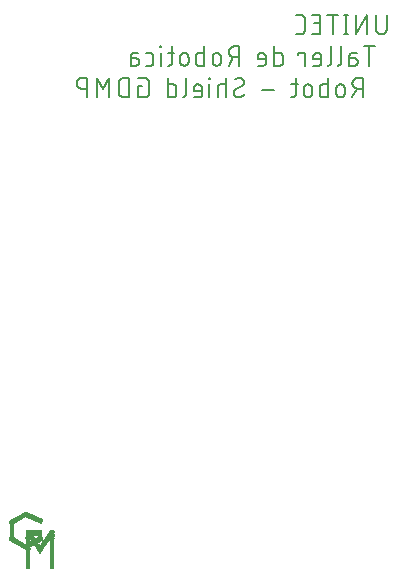
<source format=gbr>
G04 EAGLE Gerber RS-274X export*
G75*
%MOMM*%
%FSLAX34Y34*%
%LPD*%
%INSilkscreen Bottom*%
%IPPOS*%
%AMOC8*
5,1,8,0,0,1.08239X$1,22.5*%
G01*
%ADD10C,0.152400*%
%ADD11R,0.381000X0.025400*%
%ADD12R,0.050800X0.025400*%
%ADD13R,0.076200X0.025400*%
%ADD14R,0.101600X0.025400*%
%ADD15R,0.127000X0.025400*%
%ADD16R,0.177800X0.025400*%
%ADD17R,0.203200X0.025400*%
%ADD18R,0.228600X0.025400*%
%ADD19R,0.279400X0.025400*%
%ADD20R,0.304800X0.025400*%
%ADD21R,0.330200X0.025400*%
%ADD22R,0.431800X0.025400*%
%ADD23R,0.482600X0.025400*%
%ADD24R,0.457200X0.025400*%
%ADD25R,0.533400X0.025400*%
%ADD26R,0.508000X0.025400*%
%ADD27R,0.558800X0.025400*%
%ADD28R,0.584200X0.025400*%
%ADD29R,0.635000X0.025400*%
%ADD30R,0.685800X0.025400*%
%ADD31R,0.711200X0.025400*%
%ADD32R,0.736600X0.025400*%
%ADD33R,0.762000X0.025400*%
%ADD34R,0.863600X0.025400*%
%ADD35R,0.787400X0.025400*%
%ADD36R,0.914400X0.025400*%
%ADD37R,0.838200X0.025400*%
%ADD38R,1.016000X0.025400*%
%ADD39R,1.117600X0.025400*%
%ADD40R,0.889000X0.025400*%
%ADD41R,1.219200X0.025400*%
%ADD42R,1.270000X0.025400*%
%ADD43R,1.371600X0.025400*%
%ADD44R,1.879600X0.025400*%
%ADD45R,1.905000X0.025400*%
%ADD46R,1.092200X0.025400*%
%ADD47R,1.066800X0.025400*%
%ADD48R,1.041400X0.025400*%
%ADD49R,1.143000X0.025400*%
%ADD50R,0.939800X0.025400*%
%ADD51R,0.965200X0.025400*%
%ADD52R,0.660400X0.025400*%
%ADD53R,0.990600X0.025400*%
%ADD54R,0.609600X0.025400*%
%ADD55R,1.397000X0.025400*%
%ADD56R,0.812800X0.025400*%
%ADD57R,0.406400X0.025400*%
%ADD58R,0.025400X0.025400*%
%ADD59R,0.152400X0.025400*%
%ADD60R,0.355600X0.025400*%
%ADD61R,1.701800X0.025400*%
%ADD62R,1.574800X0.025400*%
%ADD63R,1.473200X0.025400*%
%ADD64R,1.193800X0.025400*%


D10*
X319249Y469138D02*
X319249Y457398D01*
X319247Y457265D01*
X319241Y457133D01*
X319231Y457001D01*
X319218Y456869D01*
X319200Y456737D01*
X319179Y456607D01*
X319154Y456476D01*
X319125Y456347D01*
X319092Y456219D01*
X319056Y456091D01*
X319016Y455965D01*
X318972Y455840D01*
X318924Y455716D01*
X318873Y455594D01*
X318818Y455473D01*
X318760Y455354D01*
X318698Y455236D01*
X318633Y455121D01*
X318564Y455007D01*
X318493Y454896D01*
X318417Y454787D01*
X318339Y454680D01*
X318258Y454575D01*
X318173Y454473D01*
X318086Y454373D01*
X317996Y454276D01*
X317903Y454181D01*
X317807Y454090D01*
X317709Y454001D01*
X317608Y453915D01*
X317504Y453832D01*
X317398Y453752D01*
X317290Y453676D01*
X317180Y453602D01*
X317067Y453532D01*
X316953Y453465D01*
X316836Y453402D01*
X316718Y453342D01*
X316598Y453285D01*
X316476Y453232D01*
X316353Y453183D01*
X316229Y453137D01*
X316103Y453095D01*
X315976Y453057D01*
X315848Y453022D01*
X315719Y452991D01*
X315590Y452964D01*
X315459Y452941D01*
X315328Y452921D01*
X315196Y452906D01*
X315064Y452894D01*
X314932Y452886D01*
X314799Y452882D01*
X314667Y452882D01*
X314534Y452886D01*
X314402Y452894D01*
X314270Y452906D01*
X314138Y452921D01*
X314007Y452941D01*
X313876Y452964D01*
X313747Y452991D01*
X313618Y453022D01*
X313490Y453057D01*
X313363Y453095D01*
X313237Y453137D01*
X313113Y453183D01*
X312990Y453232D01*
X312868Y453285D01*
X312748Y453342D01*
X312630Y453402D01*
X312513Y453465D01*
X312399Y453532D01*
X312286Y453602D01*
X312176Y453676D01*
X312068Y453752D01*
X311962Y453832D01*
X311858Y453915D01*
X311757Y454001D01*
X311659Y454090D01*
X311563Y454181D01*
X311470Y454276D01*
X311380Y454373D01*
X311293Y454473D01*
X311208Y454575D01*
X311127Y454680D01*
X311049Y454787D01*
X310973Y454896D01*
X310902Y455007D01*
X310833Y455121D01*
X310768Y455236D01*
X310706Y455354D01*
X310648Y455473D01*
X310593Y455594D01*
X310542Y455716D01*
X310494Y455840D01*
X310450Y455965D01*
X310410Y456091D01*
X310374Y456219D01*
X310341Y456347D01*
X310312Y456476D01*
X310287Y456607D01*
X310266Y456737D01*
X310248Y456869D01*
X310235Y457001D01*
X310225Y457133D01*
X310219Y457265D01*
X310217Y457398D01*
X310218Y457398D02*
X310218Y469138D01*
X302575Y469138D02*
X302575Y452882D01*
X293544Y452882D02*
X302575Y469138D01*
X293544Y469138D02*
X293544Y452882D01*
X285034Y452882D02*
X285034Y469138D01*
X286840Y452882D02*
X283228Y452882D01*
X283228Y469138D02*
X286840Y469138D01*
X273571Y469138D02*
X273571Y452882D01*
X278087Y469138D02*
X269055Y469138D01*
X262947Y452882D02*
X255722Y452882D01*
X262947Y452882D02*
X262947Y469138D01*
X255722Y469138D01*
X257528Y461913D02*
X262947Y461913D01*
X246377Y452882D02*
X242765Y452882D01*
X246377Y452882D02*
X246495Y452884D01*
X246613Y452890D01*
X246731Y452899D01*
X246848Y452913D01*
X246965Y452930D01*
X247082Y452951D01*
X247197Y452976D01*
X247312Y453005D01*
X247426Y453038D01*
X247538Y453074D01*
X247649Y453114D01*
X247759Y453157D01*
X247868Y453204D01*
X247975Y453254D01*
X248080Y453309D01*
X248183Y453366D01*
X248284Y453427D01*
X248384Y453491D01*
X248481Y453558D01*
X248576Y453628D01*
X248668Y453702D01*
X248759Y453778D01*
X248846Y453858D01*
X248931Y453940D01*
X249013Y454025D01*
X249093Y454112D01*
X249169Y454203D01*
X249243Y454295D01*
X249313Y454390D01*
X249380Y454487D01*
X249444Y454587D01*
X249505Y454688D01*
X249562Y454791D01*
X249617Y454896D01*
X249667Y455003D01*
X249714Y455112D01*
X249757Y455222D01*
X249797Y455333D01*
X249833Y455445D01*
X249866Y455559D01*
X249895Y455674D01*
X249920Y455789D01*
X249941Y455906D01*
X249958Y456023D01*
X249972Y456140D01*
X249981Y456258D01*
X249987Y456376D01*
X249989Y456494D01*
X249990Y456494D02*
X249990Y465526D01*
X249989Y465526D02*
X249987Y465644D01*
X249981Y465762D01*
X249972Y465880D01*
X249958Y465997D01*
X249941Y466114D01*
X249920Y466231D01*
X249895Y466346D01*
X249866Y466461D01*
X249833Y466575D01*
X249797Y466687D01*
X249757Y466798D01*
X249714Y466908D01*
X249667Y467017D01*
X249617Y467124D01*
X249562Y467229D01*
X249505Y467332D01*
X249444Y467433D01*
X249380Y467533D01*
X249313Y467630D01*
X249243Y467725D01*
X249169Y467817D01*
X249093Y467908D01*
X249013Y467995D01*
X248931Y468080D01*
X248846Y468162D01*
X248759Y468242D01*
X248668Y468318D01*
X248576Y468392D01*
X248481Y468462D01*
X248384Y468529D01*
X248284Y468593D01*
X248183Y468654D01*
X248080Y468711D01*
X247975Y468766D01*
X247868Y468816D01*
X247759Y468863D01*
X247649Y468906D01*
X247538Y468946D01*
X247426Y468982D01*
X247312Y469015D01*
X247197Y469044D01*
X247082Y469069D01*
X246965Y469090D01*
X246848Y469107D01*
X246731Y469121D01*
X246613Y469130D01*
X246495Y469136D01*
X246377Y469138D01*
X242765Y469138D01*
X304695Y442468D02*
X304695Y426212D01*
X309210Y442468D02*
X300179Y442468D01*
X291672Y432534D02*
X287608Y432534D01*
X291672Y432534D02*
X291784Y432532D01*
X291895Y432526D01*
X292006Y432516D01*
X292117Y432503D01*
X292227Y432485D01*
X292336Y432463D01*
X292445Y432438D01*
X292553Y432409D01*
X292659Y432376D01*
X292765Y432339D01*
X292869Y432299D01*
X292971Y432255D01*
X293072Y432207D01*
X293171Y432156D01*
X293269Y432101D01*
X293364Y432043D01*
X293457Y431982D01*
X293548Y431917D01*
X293637Y431849D01*
X293723Y431778D01*
X293806Y431705D01*
X293887Y431628D01*
X293966Y431548D01*
X294041Y431466D01*
X294113Y431381D01*
X294183Y431294D01*
X294249Y431204D01*
X294312Y431112D01*
X294372Y431017D01*
X294428Y430921D01*
X294481Y430823D01*
X294530Y430723D01*
X294576Y430621D01*
X294618Y430518D01*
X294657Y430413D01*
X294692Y430307D01*
X294723Y430200D01*
X294750Y430092D01*
X294774Y429983D01*
X294793Y429873D01*
X294809Y429763D01*
X294821Y429652D01*
X294829Y429540D01*
X294833Y429429D01*
X294833Y429317D01*
X294829Y429206D01*
X294821Y429094D01*
X294809Y428983D01*
X294793Y428873D01*
X294774Y428763D01*
X294750Y428654D01*
X294723Y428546D01*
X294692Y428439D01*
X294657Y428333D01*
X294618Y428228D01*
X294576Y428125D01*
X294530Y428023D01*
X294481Y427923D01*
X294428Y427825D01*
X294372Y427729D01*
X294312Y427634D01*
X294249Y427542D01*
X294183Y427452D01*
X294113Y427365D01*
X294041Y427280D01*
X293966Y427198D01*
X293887Y427118D01*
X293806Y427041D01*
X293723Y426968D01*
X293637Y426897D01*
X293548Y426829D01*
X293457Y426764D01*
X293364Y426703D01*
X293269Y426645D01*
X293171Y426590D01*
X293072Y426539D01*
X292971Y426491D01*
X292869Y426447D01*
X292765Y426407D01*
X292659Y426370D01*
X292553Y426337D01*
X292445Y426308D01*
X292336Y426283D01*
X292227Y426261D01*
X292117Y426243D01*
X292006Y426230D01*
X291895Y426220D01*
X291784Y426214D01*
X291672Y426212D01*
X287608Y426212D01*
X287608Y434340D01*
X287609Y434340D02*
X287611Y434441D01*
X287617Y434542D01*
X287626Y434643D01*
X287639Y434744D01*
X287656Y434844D01*
X287677Y434943D01*
X287701Y435041D01*
X287729Y435138D01*
X287761Y435235D01*
X287796Y435330D01*
X287835Y435423D01*
X287877Y435515D01*
X287923Y435606D01*
X287972Y435695D01*
X288024Y435781D01*
X288080Y435866D01*
X288138Y435949D01*
X288200Y436029D01*
X288265Y436107D01*
X288332Y436183D01*
X288402Y436256D01*
X288475Y436326D01*
X288551Y436393D01*
X288629Y436458D01*
X288709Y436520D01*
X288792Y436578D01*
X288877Y436634D01*
X288964Y436686D01*
X289052Y436735D01*
X289143Y436781D01*
X289235Y436823D01*
X289328Y436862D01*
X289423Y436897D01*
X289520Y436929D01*
X289617Y436957D01*
X289715Y436981D01*
X289814Y437002D01*
X289914Y437019D01*
X290015Y437032D01*
X290116Y437041D01*
X290217Y437047D01*
X290318Y437049D01*
X293930Y437049D01*
X280455Y442468D02*
X280455Y428921D01*
X280453Y428820D01*
X280447Y428719D01*
X280438Y428618D01*
X280425Y428517D01*
X280408Y428417D01*
X280387Y428318D01*
X280363Y428220D01*
X280335Y428123D01*
X280303Y428026D01*
X280268Y427931D01*
X280229Y427838D01*
X280187Y427746D01*
X280141Y427655D01*
X280092Y427567D01*
X280040Y427480D01*
X279984Y427395D01*
X279926Y427312D01*
X279864Y427232D01*
X279799Y427154D01*
X279732Y427078D01*
X279662Y427005D01*
X279589Y426935D01*
X279513Y426868D01*
X279435Y426803D01*
X279355Y426741D01*
X279272Y426683D01*
X279187Y426627D01*
X279101Y426575D01*
X279012Y426526D01*
X278921Y426480D01*
X278829Y426438D01*
X278736Y426399D01*
X278641Y426364D01*
X278544Y426332D01*
X278447Y426304D01*
X278349Y426280D01*
X278250Y426259D01*
X278150Y426242D01*
X278049Y426229D01*
X277948Y426220D01*
X277847Y426214D01*
X277746Y426212D01*
X272118Y428921D02*
X272118Y442468D01*
X272118Y428921D02*
X272116Y428820D01*
X272110Y428719D01*
X272101Y428618D01*
X272088Y428517D01*
X272071Y428417D01*
X272050Y428318D01*
X272026Y428220D01*
X271998Y428123D01*
X271966Y428026D01*
X271931Y427931D01*
X271892Y427838D01*
X271850Y427746D01*
X271804Y427655D01*
X271755Y427567D01*
X271703Y427480D01*
X271647Y427395D01*
X271589Y427312D01*
X271527Y427232D01*
X271462Y427154D01*
X271395Y427078D01*
X271325Y427005D01*
X271252Y426935D01*
X271176Y426868D01*
X271098Y426803D01*
X271018Y426741D01*
X270935Y426683D01*
X270850Y426627D01*
X270764Y426575D01*
X270675Y426526D01*
X270584Y426480D01*
X270492Y426438D01*
X270399Y426399D01*
X270304Y426364D01*
X270207Y426332D01*
X270110Y426304D01*
X270012Y426280D01*
X269913Y426259D01*
X269813Y426242D01*
X269712Y426229D01*
X269611Y426220D01*
X269510Y426214D01*
X269409Y426212D01*
X261309Y426212D02*
X256794Y426212D01*
X261309Y426212D02*
X261410Y426214D01*
X261511Y426220D01*
X261612Y426229D01*
X261713Y426242D01*
X261813Y426259D01*
X261912Y426280D01*
X262010Y426304D01*
X262107Y426332D01*
X262204Y426364D01*
X262299Y426399D01*
X262392Y426438D01*
X262484Y426480D01*
X262575Y426526D01*
X262664Y426575D01*
X262750Y426627D01*
X262835Y426683D01*
X262918Y426741D01*
X262998Y426803D01*
X263076Y426868D01*
X263152Y426935D01*
X263225Y427005D01*
X263295Y427078D01*
X263362Y427154D01*
X263427Y427232D01*
X263489Y427312D01*
X263547Y427395D01*
X263603Y427480D01*
X263655Y427567D01*
X263704Y427655D01*
X263750Y427746D01*
X263792Y427838D01*
X263831Y427931D01*
X263866Y428026D01*
X263898Y428123D01*
X263926Y428220D01*
X263950Y428318D01*
X263971Y428417D01*
X263988Y428517D01*
X264001Y428618D01*
X264010Y428719D01*
X264016Y428820D01*
X264018Y428921D01*
X264018Y433437D01*
X264016Y433556D01*
X264010Y433676D01*
X264000Y433795D01*
X263986Y433913D01*
X263969Y434032D01*
X263947Y434149D01*
X263922Y434266D01*
X263892Y434381D01*
X263859Y434496D01*
X263822Y434610D01*
X263782Y434722D01*
X263737Y434833D01*
X263689Y434942D01*
X263638Y435050D01*
X263583Y435156D01*
X263524Y435260D01*
X263462Y435362D01*
X263397Y435462D01*
X263328Y435560D01*
X263256Y435656D01*
X263181Y435749D01*
X263104Y435839D01*
X263023Y435927D01*
X262939Y436012D01*
X262852Y436094D01*
X262763Y436174D01*
X262671Y436250D01*
X262577Y436324D01*
X262480Y436394D01*
X262382Y436461D01*
X262281Y436525D01*
X262177Y436585D01*
X262072Y436642D01*
X261965Y436695D01*
X261857Y436745D01*
X261747Y436791D01*
X261635Y436833D01*
X261522Y436872D01*
X261408Y436907D01*
X261293Y436938D01*
X261176Y436966D01*
X261059Y436989D01*
X260942Y437009D01*
X260823Y437025D01*
X260704Y437037D01*
X260585Y437045D01*
X260466Y437049D01*
X260346Y437049D01*
X260227Y437045D01*
X260108Y437037D01*
X259989Y437025D01*
X259870Y437009D01*
X259753Y436989D01*
X259636Y436966D01*
X259519Y436938D01*
X259404Y436907D01*
X259290Y436872D01*
X259177Y436833D01*
X259065Y436791D01*
X258955Y436745D01*
X258847Y436695D01*
X258740Y436642D01*
X258635Y436585D01*
X258531Y436525D01*
X258430Y436461D01*
X258332Y436394D01*
X258235Y436324D01*
X258141Y436250D01*
X258049Y436174D01*
X257960Y436094D01*
X257873Y436012D01*
X257789Y435927D01*
X257708Y435839D01*
X257631Y435749D01*
X257556Y435656D01*
X257484Y435560D01*
X257415Y435462D01*
X257350Y435362D01*
X257288Y435260D01*
X257229Y435156D01*
X257174Y435050D01*
X257123Y434942D01*
X257075Y434833D01*
X257030Y434722D01*
X256990Y434610D01*
X256953Y434496D01*
X256920Y434381D01*
X256890Y434266D01*
X256865Y434149D01*
X256843Y434032D01*
X256826Y433913D01*
X256812Y433795D01*
X256802Y433676D01*
X256796Y433556D01*
X256794Y433437D01*
X256794Y431631D01*
X264018Y431631D01*
X249866Y437049D02*
X249866Y426212D01*
X249866Y437049D02*
X244447Y437049D01*
X244447Y435243D01*
X224041Y442468D02*
X224041Y426212D01*
X228557Y426212D01*
X228658Y426214D01*
X228759Y426220D01*
X228860Y426229D01*
X228961Y426242D01*
X229061Y426259D01*
X229160Y426280D01*
X229258Y426304D01*
X229355Y426332D01*
X229452Y426364D01*
X229547Y426399D01*
X229640Y426438D01*
X229732Y426480D01*
X229823Y426526D01*
X229912Y426575D01*
X229998Y426627D01*
X230083Y426683D01*
X230166Y426741D01*
X230246Y426803D01*
X230324Y426868D01*
X230400Y426935D01*
X230473Y427005D01*
X230543Y427078D01*
X230610Y427154D01*
X230675Y427232D01*
X230737Y427312D01*
X230795Y427395D01*
X230851Y427480D01*
X230903Y427567D01*
X230952Y427655D01*
X230998Y427746D01*
X231040Y427838D01*
X231079Y427931D01*
X231114Y428026D01*
X231146Y428123D01*
X231174Y428220D01*
X231198Y428318D01*
X231219Y428417D01*
X231236Y428517D01*
X231249Y428618D01*
X231258Y428719D01*
X231264Y428820D01*
X231266Y428921D01*
X231266Y434340D01*
X231264Y434441D01*
X231258Y434542D01*
X231249Y434643D01*
X231236Y434744D01*
X231219Y434844D01*
X231198Y434943D01*
X231174Y435041D01*
X231146Y435138D01*
X231114Y435235D01*
X231079Y435330D01*
X231040Y435423D01*
X230998Y435515D01*
X230952Y435606D01*
X230903Y435695D01*
X230851Y435781D01*
X230795Y435866D01*
X230737Y435949D01*
X230675Y436029D01*
X230610Y436107D01*
X230543Y436183D01*
X230473Y436256D01*
X230400Y436326D01*
X230324Y436393D01*
X230246Y436458D01*
X230166Y436520D01*
X230083Y436578D01*
X229998Y436634D01*
X229912Y436686D01*
X229823Y436735D01*
X229732Y436781D01*
X229640Y436823D01*
X229547Y436862D01*
X229452Y436897D01*
X229355Y436929D01*
X229258Y436957D01*
X229160Y436981D01*
X229061Y437002D01*
X228961Y437019D01*
X228860Y437032D01*
X228759Y437041D01*
X228658Y437047D01*
X228557Y437049D01*
X224041Y437049D01*
X214416Y426212D02*
X209900Y426212D01*
X214416Y426212D02*
X214517Y426214D01*
X214618Y426220D01*
X214719Y426229D01*
X214820Y426242D01*
X214920Y426259D01*
X215019Y426280D01*
X215117Y426304D01*
X215214Y426332D01*
X215311Y426364D01*
X215406Y426399D01*
X215499Y426438D01*
X215591Y426480D01*
X215682Y426526D01*
X215771Y426575D01*
X215857Y426627D01*
X215942Y426683D01*
X216025Y426741D01*
X216105Y426803D01*
X216183Y426868D01*
X216259Y426935D01*
X216332Y427005D01*
X216402Y427078D01*
X216469Y427154D01*
X216534Y427232D01*
X216596Y427312D01*
X216654Y427395D01*
X216710Y427480D01*
X216762Y427567D01*
X216811Y427655D01*
X216857Y427746D01*
X216899Y427838D01*
X216938Y427931D01*
X216973Y428026D01*
X217005Y428123D01*
X217033Y428220D01*
X217057Y428318D01*
X217078Y428417D01*
X217095Y428517D01*
X217108Y428618D01*
X217117Y428719D01*
X217123Y428820D01*
X217125Y428921D01*
X217125Y433437D01*
X217124Y433437D02*
X217122Y433556D01*
X217116Y433676D01*
X217106Y433795D01*
X217092Y433913D01*
X217075Y434032D01*
X217053Y434149D01*
X217028Y434266D01*
X216998Y434381D01*
X216965Y434496D01*
X216928Y434610D01*
X216888Y434722D01*
X216843Y434833D01*
X216795Y434942D01*
X216744Y435050D01*
X216689Y435156D01*
X216630Y435260D01*
X216568Y435362D01*
X216503Y435462D01*
X216434Y435560D01*
X216362Y435656D01*
X216287Y435749D01*
X216210Y435839D01*
X216129Y435927D01*
X216045Y436012D01*
X215958Y436094D01*
X215869Y436174D01*
X215777Y436250D01*
X215683Y436324D01*
X215586Y436394D01*
X215488Y436461D01*
X215387Y436525D01*
X215283Y436585D01*
X215178Y436642D01*
X215071Y436695D01*
X214963Y436745D01*
X214853Y436791D01*
X214741Y436833D01*
X214628Y436872D01*
X214514Y436907D01*
X214399Y436938D01*
X214282Y436966D01*
X214165Y436989D01*
X214048Y437009D01*
X213929Y437025D01*
X213810Y437037D01*
X213691Y437045D01*
X213572Y437049D01*
X213452Y437049D01*
X213333Y437045D01*
X213214Y437037D01*
X213095Y437025D01*
X212976Y437009D01*
X212859Y436989D01*
X212742Y436966D01*
X212625Y436938D01*
X212510Y436907D01*
X212396Y436872D01*
X212283Y436833D01*
X212171Y436791D01*
X212061Y436745D01*
X211953Y436695D01*
X211846Y436642D01*
X211741Y436585D01*
X211637Y436525D01*
X211536Y436461D01*
X211438Y436394D01*
X211341Y436324D01*
X211247Y436250D01*
X211155Y436174D01*
X211066Y436094D01*
X210979Y436012D01*
X210895Y435927D01*
X210814Y435839D01*
X210737Y435749D01*
X210662Y435656D01*
X210590Y435560D01*
X210521Y435462D01*
X210456Y435362D01*
X210394Y435260D01*
X210335Y435156D01*
X210280Y435050D01*
X210229Y434942D01*
X210181Y434833D01*
X210136Y434722D01*
X210096Y434610D01*
X210059Y434496D01*
X210026Y434381D01*
X209996Y434266D01*
X209971Y434149D01*
X209949Y434032D01*
X209932Y433913D01*
X209918Y433795D01*
X209908Y433676D01*
X209902Y433556D01*
X209900Y433437D01*
X209900Y431631D01*
X217125Y431631D01*
X194490Y426212D02*
X194490Y442468D01*
X189974Y442468D01*
X189841Y442466D01*
X189709Y442460D01*
X189577Y442450D01*
X189445Y442437D01*
X189313Y442419D01*
X189183Y442398D01*
X189052Y442373D01*
X188923Y442344D01*
X188795Y442311D01*
X188667Y442275D01*
X188541Y442235D01*
X188416Y442191D01*
X188292Y442143D01*
X188170Y442092D01*
X188049Y442037D01*
X187930Y441979D01*
X187812Y441917D01*
X187697Y441852D01*
X187583Y441783D01*
X187472Y441712D01*
X187363Y441636D01*
X187256Y441558D01*
X187151Y441477D01*
X187049Y441392D01*
X186949Y441305D01*
X186852Y441215D01*
X186757Y441122D01*
X186666Y441026D01*
X186577Y440928D01*
X186491Y440827D01*
X186408Y440723D01*
X186328Y440617D01*
X186252Y440509D01*
X186178Y440399D01*
X186108Y440286D01*
X186041Y440172D01*
X185978Y440055D01*
X185918Y439937D01*
X185861Y439817D01*
X185808Y439695D01*
X185759Y439572D01*
X185713Y439448D01*
X185671Y439322D01*
X185633Y439195D01*
X185598Y439067D01*
X185567Y438938D01*
X185540Y438809D01*
X185517Y438678D01*
X185497Y438547D01*
X185482Y438415D01*
X185470Y438283D01*
X185462Y438151D01*
X185458Y438018D01*
X185458Y437886D01*
X185462Y437753D01*
X185470Y437621D01*
X185482Y437489D01*
X185497Y437357D01*
X185517Y437226D01*
X185540Y437095D01*
X185567Y436966D01*
X185598Y436837D01*
X185633Y436709D01*
X185671Y436582D01*
X185713Y436456D01*
X185759Y436332D01*
X185808Y436209D01*
X185861Y436087D01*
X185918Y435967D01*
X185978Y435849D01*
X186041Y435732D01*
X186108Y435618D01*
X186178Y435505D01*
X186252Y435395D01*
X186328Y435287D01*
X186408Y435181D01*
X186491Y435077D01*
X186577Y434976D01*
X186666Y434878D01*
X186757Y434782D01*
X186852Y434689D01*
X186949Y434599D01*
X187049Y434512D01*
X187151Y434427D01*
X187256Y434346D01*
X187363Y434268D01*
X187472Y434192D01*
X187583Y434121D01*
X187697Y434052D01*
X187812Y433987D01*
X187930Y433925D01*
X188049Y433867D01*
X188170Y433812D01*
X188292Y433761D01*
X188416Y433713D01*
X188541Y433669D01*
X188667Y433629D01*
X188795Y433593D01*
X188923Y433560D01*
X189052Y433531D01*
X189183Y433506D01*
X189313Y433485D01*
X189445Y433467D01*
X189577Y433454D01*
X189709Y433444D01*
X189841Y433438D01*
X189974Y433436D01*
X189974Y433437D02*
X194490Y433437D01*
X189071Y433437D02*
X185458Y426212D01*
X179089Y429824D02*
X179089Y433437D01*
X179088Y433437D02*
X179086Y433556D01*
X179080Y433676D01*
X179070Y433795D01*
X179056Y433913D01*
X179039Y434032D01*
X179017Y434149D01*
X178992Y434266D01*
X178962Y434381D01*
X178929Y434496D01*
X178892Y434610D01*
X178852Y434722D01*
X178807Y434833D01*
X178759Y434942D01*
X178708Y435050D01*
X178653Y435156D01*
X178594Y435260D01*
X178532Y435362D01*
X178467Y435462D01*
X178398Y435560D01*
X178326Y435656D01*
X178251Y435749D01*
X178174Y435839D01*
X178093Y435927D01*
X178009Y436012D01*
X177922Y436094D01*
X177833Y436174D01*
X177741Y436250D01*
X177647Y436324D01*
X177550Y436394D01*
X177452Y436461D01*
X177351Y436525D01*
X177247Y436585D01*
X177142Y436642D01*
X177035Y436695D01*
X176927Y436745D01*
X176817Y436791D01*
X176705Y436833D01*
X176592Y436872D01*
X176478Y436907D01*
X176363Y436938D01*
X176246Y436966D01*
X176129Y436989D01*
X176012Y437009D01*
X175893Y437025D01*
X175774Y437037D01*
X175655Y437045D01*
X175536Y437049D01*
X175416Y437049D01*
X175297Y437045D01*
X175178Y437037D01*
X175059Y437025D01*
X174940Y437009D01*
X174823Y436989D01*
X174706Y436966D01*
X174589Y436938D01*
X174474Y436907D01*
X174360Y436872D01*
X174247Y436833D01*
X174135Y436791D01*
X174025Y436745D01*
X173917Y436695D01*
X173810Y436642D01*
X173705Y436585D01*
X173601Y436525D01*
X173500Y436461D01*
X173402Y436394D01*
X173305Y436324D01*
X173211Y436250D01*
X173119Y436174D01*
X173030Y436094D01*
X172943Y436012D01*
X172859Y435927D01*
X172778Y435839D01*
X172701Y435749D01*
X172626Y435656D01*
X172554Y435560D01*
X172485Y435462D01*
X172420Y435362D01*
X172358Y435260D01*
X172299Y435156D01*
X172244Y435050D01*
X172193Y434942D01*
X172145Y434833D01*
X172100Y434722D01*
X172060Y434610D01*
X172023Y434496D01*
X171990Y434381D01*
X171960Y434266D01*
X171935Y434149D01*
X171913Y434032D01*
X171896Y433913D01*
X171882Y433795D01*
X171872Y433676D01*
X171866Y433556D01*
X171864Y433437D01*
X171864Y429824D01*
X171866Y429705D01*
X171872Y429585D01*
X171882Y429466D01*
X171896Y429348D01*
X171913Y429229D01*
X171935Y429112D01*
X171960Y428995D01*
X171990Y428880D01*
X172023Y428765D01*
X172060Y428651D01*
X172100Y428539D01*
X172145Y428428D01*
X172193Y428319D01*
X172244Y428211D01*
X172299Y428105D01*
X172358Y428001D01*
X172420Y427899D01*
X172485Y427799D01*
X172554Y427701D01*
X172626Y427605D01*
X172701Y427512D01*
X172778Y427422D01*
X172859Y427334D01*
X172943Y427249D01*
X173030Y427167D01*
X173119Y427087D01*
X173211Y427011D01*
X173305Y426937D01*
X173402Y426867D01*
X173500Y426800D01*
X173601Y426736D01*
X173705Y426676D01*
X173810Y426619D01*
X173917Y426566D01*
X174025Y426516D01*
X174135Y426470D01*
X174247Y426428D01*
X174360Y426389D01*
X174474Y426354D01*
X174589Y426323D01*
X174706Y426295D01*
X174823Y426272D01*
X174940Y426252D01*
X175059Y426236D01*
X175178Y426224D01*
X175297Y426216D01*
X175416Y426212D01*
X175536Y426212D01*
X175655Y426216D01*
X175774Y426224D01*
X175893Y426236D01*
X176012Y426252D01*
X176129Y426272D01*
X176246Y426295D01*
X176363Y426323D01*
X176478Y426354D01*
X176592Y426389D01*
X176705Y426428D01*
X176817Y426470D01*
X176927Y426516D01*
X177035Y426566D01*
X177142Y426619D01*
X177247Y426676D01*
X177351Y426736D01*
X177452Y426800D01*
X177550Y426867D01*
X177647Y426937D01*
X177741Y427011D01*
X177833Y427087D01*
X177922Y427167D01*
X178009Y427249D01*
X178093Y427334D01*
X178174Y427422D01*
X178251Y427512D01*
X178326Y427605D01*
X178398Y427701D01*
X178467Y427799D01*
X178532Y427899D01*
X178594Y428001D01*
X178653Y428105D01*
X178708Y428211D01*
X178759Y428319D01*
X178807Y428428D01*
X178852Y428539D01*
X178892Y428651D01*
X178929Y428765D01*
X178962Y428880D01*
X178992Y428995D01*
X179017Y429112D01*
X179039Y429229D01*
X179056Y429348D01*
X179070Y429466D01*
X179080Y429585D01*
X179086Y429705D01*
X179088Y429824D01*
X164948Y426212D02*
X164948Y442468D01*
X164948Y426212D02*
X160432Y426212D01*
X160328Y426214D01*
X160225Y426220D01*
X160121Y426230D01*
X160018Y426244D01*
X159916Y426262D01*
X159815Y426283D01*
X159714Y426309D01*
X159615Y426338D01*
X159516Y426371D01*
X159419Y426408D01*
X159324Y426449D01*
X159230Y426493D01*
X159138Y426541D01*
X159048Y426592D01*
X158959Y426647D01*
X158873Y426705D01*
X158790Y426767D01*
X158708Y426831D01*
X158630Y426899D01*
X158554Y426969D01*
X158480Y427042D01*
X158410Y427119D01*
X158342Y427197D01*
X158278Y427279D01*
X158216Y427362D01*
X158158Y427448D01*
X158103Y427537D01*
X158052Y427627D01*
X158004Y427719D01*
X157960Y427813D01*
X157919Y427908D01*
X157882Y428005D01*
X157849Y428104D01*
X157820Y428203D01*
X157794Y428304D01*
X157773Y428405D01*
X157755Y428507D01*
X157741Y428610D01*
X157731Y428714D01*
X157725Y428817D01*
X157723Y428921D01*
X157723Y434340D01*
X157725Y434441D01*
X157731Y434542D01*
X157740Y434643D01*
X157753Y434744D01*
X157770Y434844D01*
X157791Y434943D01*
X157815Y435041D01*
X157843Y435138D01*
X157875Y435235D01*
X157910Y435330D01*
X157949Y435423D01*
X157991Y435515D01*
X158037Y435606D01*
X158086Y435695D01*
X158138Y435781D01*
X158194Y435866D01*
X158252Y435949D01*
X158314Y436029D01*
X158379Y436107D01*
X158446Y436183D01*
X158516Y436256D01*
X158589Y436326D01*
X158665Y436393D01*
X158743Y436458D01*
X158823Y436520D01*
X158906Y436578D01*
X158991Y436634D01*
X159078Y436686D01*
X159166Y436735D01*
X159257Y436781D01*
X159349Y436823D01*
X159442Y436862D01*
X159537Y436897D01*
X159634Y436929D01*
X159731Y436957D01*
X159829Y436981D01*
X159928Y437002D01*
X160028Y437019D01*
X160129Y437032D01*
X160230Y437041D01*
X160331Y437047D01*
X160432Y437049D01*
X164948Y437049D01*
X151474Y433437D02*
X151474Y429824D01*
X151473Y433437D02*
X151471Y433556D01*
X151465Y433676D01*
X151455Y433795D01*
X151441Y433913D01*
X151424Y434032D01*
X151402Y434149D01*
X151377Y434266D01*
X151347Y434381D01*
X151314Y434496D01*
X151277Y434610D01*
X151237Y434722D01*
X151192Y434833D01*
X151144Y434942D01*
X151093Y435050D01*
X151038Y435156D01*
X150979Y435260D01*
X150917Y435362D01*
X150852Y435462D01*
X150783Y435560D01*
X150711Y435656D01*
X150636Y435749D01*
X150559Y435839D01*
X150478Y435927D01*
X150394Y436012D01*
X150307Y436094D01*
X150218Y436174D01*
X150126Y436250D01*
X150032Y436324D01*
X149935Y436394D01*
X149837Y436461D01*
X149736Y436525D01*
X149632Y436585D01*
X149527Y436642D01*
X149420Y436695D01*
X149312Y436745D01*
X149202Y436791D01*
X149090Y436833D01*
X148977Y436872D01*
X148863Y436907D01*
X148748Y436938D01*
X148631Y436966D01*
X148514Y436989D01*
X148397Y437009D01*
X148278Y437025D01*
X148159Y437037D01*
X148040Y437045D01*
X147921Y437049D01*
X147801Y437049D01*
X147682Y437045D01*
X147563Y437037D01*
X147444Y437025D01*
X147325Y437009D01*
X147208Y436989D01*
X147091Y436966D01*
X146974Y436938D01*
X146859Y436907D01*
X146745Y436872D01*
X146632Y436833D01*
X146520Y436791D01*
X146410Y436745D01*
X146302Y436695D01*
X146195Y436642D01*
X146090Y436585D01*
X145986Y436525D01*
X145885Y436461D01*
X145787Y436394D01*
X145690Y436324D01*
X145596Y436250D01*
X145504Y436174D01*
X145415Y436094D01*
X145328Y436012D01*
X145244Y435927D01*
X145163Y435839D01*
X145086Y435749D01*
X145011Y435656D01*
X144939Y435560D01*
X144870Y435462D01*
X144805Y435362D01*
X144743Y435260D01*
X144684Y435156D01*
X144629Y435050D01*
X144578Y434942D01*
X144530Y434833D01*
X144485Y434722D01*
X144445Y434610D01*
X144408Y434496D01*
X144375Y434381D01*
X144345Y434266D01*
X144320Y434149D01*
X144298Y434032D01*
X144281Y433913D01*
X144267Y433795D01*
X144257Y433676D01*
X144251Y433556D01*
X144249Y433437D01*
X144249Y429824D01*
X144251Y429705D01*
X144257Y429585D01*
X144267Y429466D01*
X144281Y429348D01*
X144298Y429229D01*
X144320Y429112D01*
X144345Y428995D01*
X144375Y428880D01*
X144408Y428765D01*
X144445Y428651D01*
X144485Y428539D01*
X144530Y428428D01*
X144578Y428319D01*
X144629Y428211D01*
X144684Y428105D01*
X144743Y428001D01*
X144805Y427899D01*
X144870Y427799D01*
X144939Y427701D01*
X145011Y427605D01*
X145086Y427512D01*
X145163Y427422D01*
X145244Y427334D01*
X145328Y427249D01*
X145415Y427167D01*
X145504Y427087D01*
X145596Y427011D01*
X145690Y426937D01*
X145787Y426867D01*
X145885Y426800D01*
X145986Y426736D01*
X146090Y426676D01*
X146195Y426619D01*
X146302Y426566D01*
X146410Y426516D01*
X146520Y426470D01*
X146632Y426428D01*
X146745Y426389D01*
X146859Y426354D01*
X146974Y426323D01*
X147091Y426295D01*
X147208Y426272D01*
X147325Y426252D01*
X147444Y426236D01*
X147563Y426224D01*
X147682Y426216D01*
X147801Y426212D01*
X147921Y426212D01*
X148040Y426216D01*
X148159Y426224D01*
X148278Y426236D01*
X148397Y426252D01*
X148514Y426272D01*
X148631Y426295D01*
X148748Y426323D01*
X148863Y426354D01*
X148977Y426389D01*
X149090Y426428D01*
X149202Y426470D01*
X149312Y426516D01*
X149420Y426566D01*
X149527Y426619D01*
X149632Y426676D01*
X149736Y426736D01*
X149837Y426800D01*
X149935Y426867D01*
X150032Y426937D01*
X150126Y427011D01*
X150218Y427087D01*
X150307Y427167D01*
X150394Y427249D01*
X150478Y427334D01*
X150559Y427422D01*
X150636Y427512D01*
X150711Y427605D01*
X150783Y427701D01*
X150852Y427799D01*
X150917Y427899D01*
X150979Y428001D01*
X151038Y428105D01*
X151093Y428211D01*
X151144Y428319D01*
X151192Y428428D01*
X151237Y428539D01*
X151277Y428651D01*
X151314Y428765D01*
X151347Y428880D01*
X151377Y428995D01*
X151402Y429112D01*
X151424Y429229D01*
X151441Y429348D01*
X151455Y429466D01*
X151465Y429585D01*
X151471Y429705D01*
X151473Y429824D01*
X139224Y437049D02*
X133805Y437049D01*
X137418Y442468D02*
X137418Y428921D01*
X137417Y428921D02*
X137415Y428820D01*
X137409Y428719D01*
X137400Y428618D01*
X137387Y428517D01*
X137370Y428417D01*
X137349Y428318D01*
X137325Y428220D01*
X137297Y428123D01*
X137265Y428026D01*
X137230Y427931D01*
X137191Y427838D01*
X137149Y427746D01*
X137103Y427655D01*
X137054Y427567D01*
X137002Y427480D01*
X136946Y427395D01*
X136888Y427312D01*
X136826Y427232D01*
X136761Y427154D01*
X136694Y427078D01*
X136624Y427005D01*
X136551Y426935D01*
X136475Y426868D01*
X136397Y426803D01*
X136317Y426741D01*
X136234Y426683D01*
X136149Y426627D01*
X136063Y426575D01*
X135974Y426526D01*
X135883Y426480D01*
X135791Y426438D01*
X135698Y426399D01*
X135603Y426364D01*
X135506Y426332D01*
X135409Y426304D01*
X135311Y426280D01*
X135212Y426259D01*
X135112Y426242D01*
X135011Y426229D01*
X134910Y426220D01*
X134809Y426214D01*
X134708Y426212D01*
X133805Y426212D01*
X128062Y426212D02*
X128062Y437049D01*
X128513Y441565D02*
X128513Y442468D01*
X127610Y442468D01*
X127610Y441565D01*
X128513Y441565D01*
X119048Y426212D02*
X115435Y426212D01*
X119048Y426212D02*
X119149Y426214D01*
X119250Y426220D01*
X119351Y426229D01*
X119452Y426242D01*
X119552Y426259D01*
X119651Y426280D01*
X119749Y426304D01*
X119846Y426332D01*
X119943Y426364D01*
X120038Y426399D01*
X120131Y426438D01*
X120223Y426480D01*
X120314Y426526D01*
X120402Y426575D01*
X120489Y426627D01*
X120574Y426683D01*
X120657Y426741D01*
X120737Y426803D01*
X120815Y426868D01*
X120891Y426935D01*
X120964Y427005D01*
X121034Y427078D01*
X121101Y427154D01*
X121166Y427232D01*
X121228Y427312D01*
X121286Y427395D01*
X121342Y427480D01*
X121394Y427567D01*
X121443Y427655D01*
X121489Y427746D01*
X121531Y427838D01*
X121570Y427931D01*
X121605Y428026D01*
X121637Y428123D01*
X121665Y428220D01*
X121689Y428318D01*
X121710Y428417D01*
X121727Y428517D01*
X121740Y428618D01*
X121749Y428719D01*
X121755Y428820D01*
X121757Y428921D01*
X121757Y434340D01*
X121755Y434441D01*
X121749Y434542D01*
X121740Y434643D01*
X121727Y434744D01*
X121710Y434844D01*
X121689Y434943D01*
X121665Y435041D01*
X121637Y435138D01*
X121605Y435235D01*
X121570Y435330D01*
X121531Y435423D01*
X121489Y435515D01*
X121443Y435606D01*
X121394Y435695D01*
X121342Y435781D01*
X121286Y435866D01*
X121228Y435949D01*
X121166Y436029D01*
X121101Y436107D01*
X121034Y436183D01*
X120964Y436256D01*
X120891Y436326D01*
X120815Y436393D01*
X120737Y436458D01*
X120657Y436520D01*
X120574Y436578D01*
X120489Y436634D01*
X120403Y436686D01*
X120314Y436735D01*
X120223Y436781D01*
X120131Y436823D01*
X120038Y436862D01*
X119943Y436897D01*
X119846Y436929D01*
X119749Y436957D01*
X119651Y436981D01*
X119552Y437002D01*
X119452Y437019D01*
X119351Y437032D01*
X119250Y437041D01*
X119149Y437047D01*
X119048Y437049D01*
X115435Y437049D01*
X106703Y432534D02*
X102639Y432534D01*
X106703Y432534D02*
X106815Y432532D01*
X106926Y432526D01*
X107037Y432516D01*
X107148Y432503D01*
X107258Y432485D01*
X107367Y432463D01*
X107476Y432438D01*
X107584Y432409D01*
X107690Y432376D01*
X107796Y432339D01*
X107900Y432299D01*
X108002Y432255D01*
X108103Y432207D01*
X108202Y432156D01*
X108300Y432101D01*
X108395Y432043D01*
X108488Y431982D01*
X108579Y431917D01*
X108668Y431849D01*
X108754Y431778D01*
X108837Y431705D01*
X108918Y431628D01*
X108997Y431548D01*
X109072Y431466D01*
X109144Y431381D01*
X109214Y431294D01*
X109280Y431204D01*
X109343Y431112D01*
X109403Y431017D01*
X109459Y430921D01*
X109512Y430823D01*
X109561Y430723D01*
X109607Y430621D01*
X109649Y430518D01*
X109688Y430413D01*
X109723Y430307D01*
X109754Y430200D01*
X109781Y430092D01*
X109805Y429983D01*
X109824Y429873D01*
X109840Y429763D01*
X109852Y429652D01*
X109860Y429540D01*
X109864Y429429D01*
X109864Y429317D01*
X109860Y429206D01*
X109852Y429094D01*
X109840Y428983D01*
X109824Y428873D01*
X109805Y428763D01*
X109781Y428654D01*
X109754Y428546D01*
X109723Y428439D01*
X109688Y428333D01*
X109649Y428228D01*
X109607Y428125D01*
X109561Y428023D01*
X109512Y427923D01*
X109459Y427825D01*
X109403Y427729D01*
X109343Y427634D01*
X109280Y427542D01*
X109214Y427452D01*
X109144Y427365D01*
X109072Y427280D01*
X108997Y427198D01*
X108918Y427118D01*
X108837Y427041D01*
X108754Y426968D01*
X108668Y426897D01*
X108579Y426829D01*
X108488Y426764D01*
X108395Y426703D01*
X108300Y426645D01*
X108202Y426590D01*
X108103Y426539D01*
X108002Y426491D01*
X107900Y426447D01*
X107796Y426407D01*
X107690Y426370D01*
X107584Y426337D01*
X107476Y426308D01*
X107367Y426283D01*
X107258Y426261D01*
X107148Y426243D01*
X107037Y426230D01*
X106926Y426220D01*
X106815Y426214D01*
X106703Y426212D01*
X102639Y426212D01*
X102639Y434340D01*
X102641Y434441D01*
X102647Y434542D01*
X102656Y434643D01*
X102669Y434744D01*
X102686Y434844D01*
X102707Y434943D01*
X102731Y435041D01*
X102759Y435138D01*
X102791Y435235D01*
X102826Y435330D01*
X102865Y435423D01*
X102907Y435515D01*
X102953Y435606D01*
X103002Y435695D01*
X103054Y435781D01*
X103110Y435866D01*
X103168Y435949D01*
X103230Y436029D01*
X103295Y436107D01*
X103362Y436183D01*
X103432Y436256D01*
X103505Y436326D01*
X103581Y436393D01*
X103659Y436458D01*
X103739Y436520D01*
X103822Y436578D01*
X103907Y436634D01*
X103994Y436686D01*
X104082Y436735D01*
X104173Y436781D01*
X104265Y436823D01*
X104358Y436862D01*
X104453Y436897D01*
X104550Y436929D01*
X104647Y436957D01*
X104745Y436981D01*
X104844Y437002D01*
X104944Y437019D01*
X105045Y437032D01*
X105146Y437041D01*
X105247Y437047D01*
X105348Y437049D01*
X108961Y437049D01*
X299219Y415798D02*
X299219Y399542D01*
X299219Y415798D02*
X294703Y415798D01*
X294570Y415796D01*
X294438Y415790D01*
X294306Y415780D01*
X294174Y415767D01*
X294042Y415749D01*
X293912Y415728D01*
X293781Y415703D01*
X293652Y415674D01*
X293524Y415641D01*
X293396Y415605D01*
X293270Y415565D01*
X293145Y415521D01*
X293021Y415473D01*
X292899Y415422D01*
X292778Y415367D01*
X292659Y415309D01*
X292541Y415247D01*
X292426Y415182D01*
X292312Y415113D01*
X292201Y415042D01*
X292092Y414966D01*
X291985Y414888D01*
X291880Y414807D01*
X291778Y414722D01*
X291678Y414635D01*
X291581Y414545D01*
X291486Y414452D01*
X291395Y414356D01*
X291306Y414258D01*
X291220Y414157D01*
X291137Y414053D01*
X291057Y413947D01*
X290981Y413839D01*
X290907Y413729D01*
X290837Y413616D01*
X290770Y413502D01*
X290707Y413385D01*
X290647Y413267D01*
X290590Y413147D01*
X290537Y413025D01*
X290488Y412902D01*
X290442Y412778D01*
X290400Y412652D01*
X290362Y412525D01*
X290327Y412397D01*
X290296Y412268D01*
X290269Y412139D01*
X290246Y412008D01*
X290226Y411877D01*
X290211Y411745D01*
X290199Y411613D01*
X290191Y411481D01*
X290187Y411348D01*
X290187Y411216D01*
X290191Y411083D01*
X290199Y410951D01*
X290211Y410819D01*
X290226Y410687D01*
X290246Y410556D01*
X290269Y410425D01*
X290296Y410296D01*
X290327Y410167D01*
X290362Y410039D01*
X290400Y409912D01*
X290442Y409786D01*
X290488Y409662D01*
X290537Y409539D01*
X290590Y409417D01*
X290647Y409297D01*
X290707Y409179D01*
X290770Y409062D01*
X290837Y408948D01*
X290907Y408835D01*
X290981Y408725D01*
X291057Y408617D01*
X291137Y408511D01*
X291220Y408407D01*
X291306Y408306D01*
X291395Y408208D01*
X291486Y408112D01*
X291581Y408019D01*
X291678Y407929D01*
X291778Y407842D01*
X291880Y407757D01*
X291985Y407676D01*
X292092Y407598D01*
X292201Y407522D01*
X292312Y407451D01*
X292426Y407382D01*
X292541Y407317D01*
X292659Y407255D01*
X292778Y407197D01*
X292899Y407142D01*
X293021Y407091D01*
X293145Y407043D01*
X293270Y406999D01*
X293396Y406959D01*
X293524Y406923D01*
X293652Y406890D01*
X293781Y406861D01*
X293912Y406836D01*
X294042Y406815D01*
X294174Y406797D01*
X294306Y406784D01*
X294438Y406774D01*
X294570Y406768D01*
X294703Y406766D01*
X294703Y406767D02*
X299219Y406767D01*
X293800Y406767D02*
X290188Y399542D01*
X283818Y403154D02*
X283818Y406767D01*
X283816Y406886D01*
X283810Y407006D01*
X283800Y407125D01*
X283786Y407243D01*
X283769Y407362D01*
X283747Y407479D01*
X283722Y407596D01*
X283692Y407711D01*
X283659Y407826D01*
X283622Y407940D01*
X283582Y408052D01*
X283537Y408163D01*
X283489Y408272D01*
X283438Y408380D01*
X283383Y408486D01*
X283324Y408590D01*
X283262Y408692D01*
X283197Y408792D01*
X283128Y408890D01*
X283056Y408986D01*
X282981Y409079D01*
X282904Y409169D01*
X282823Y409257D01*
X282739Y409342D01*
X282652Y409424D01*
X282563Y409504D01*
X282471Y409580D01*
X282377Y409654D01*
X282280Y409724D01*
X282182Y409791D01*
X282081Y409855D01*
X281977Y409915D01*
X281872Y409972D01*
X281765Y410025D01*
X281657Y410075D01*
X281547Y410121D01*
X281435Y410163D01*
X281322Y410202D01*
X281208Y410237D01*
X281093Y410268D01*
X280976Y410296D01*
X280859Y410319D01*
X280742Y410339D01*
X280623Y410355D01*
X280504Y410367D01*
X280385Y410375D01*
X280266Y410379D01*
X280146Y410379D01*
X280027Y410375D01*
X279908Y410367D01*
X279789Y410355D01*
X279670Y410339D01*
X279553Y410319D01*
X279436Y410296D01*
X279319Y410268D01*
X279204Y410237D01*
X279090Y410202D01*
X278977Y410163D01*
X278865Y410121D01*
X278755Y410075D01*
X278647Y410025D01*
X278540Y409972D01*
X278435Y409915D01*
X278331Y409855D01*
X278230Y409791D01*
X278132Y409724D01*
X278035Y409654D01*
X277941Y409580D01*
X277849Y409504D01*
X277760Y409424D01*
X277673Y409342D01*
X277589Y409257D01*
X277508Y409169D01*
X277431Y409079D01*
X277356Y408986D01*
X277284Y408890D01*
X277215Y408792D01*
X277150Y408692D01*
X277088Y408590D01*
X277029Y408486D01*
X276974Y408380D01*
X276923Y408272D01*
X276875Y408163D01*
X276830Y408052D01*
X276790Y407940D01*
X276753Y407826D01*
X276720Y407711D01*
X276690Y407596D01*
X276665Y407479D01*
X276643Y407362D01*
X276626Y407243D01*
X276612Y407125D01*
X276602Y407006D01*
X276596Y406886D01*
X276594Y406767D01*
X276593Y406767D02*
X276593Y403154D01*
X276594Y403154D02*
X276596Y403035D01*
X276602Y402915D01*
X276612Y402796D01*
X276626Y402678D01*
X276643Y402559D01*
X276665Y402442D01*
X276690Y402325D01*
X276720Y402210D01*
X276753Y402095D01*
X276790Y401981D01*
X276830Y401869D01*
X276875Y401758D01*
X276923Y401649D01*
X276974Y401541D01*
X277029Y401435D01*
X277088Y401331D01*
X277150Y401229D01*
X277215Y401129D01*
X277284Y401031D01*
X277356Y400935D01*
X277431Y400842D01*
X277508Y400752D01*
X277589Y400664D01*
X277673Y400579D01*
X277760Y400497D01*
X277849Y400417D01*
X277941Y400341D01*
X278035Y400267D01*
X278132Y400197D01*
X278230Y400130D01*
X278331Y400066D01*
X278435Y400006D01*
X278540Y399949D01*
X278647Y399896D01*
X278755Y399846D01*
X278865Y399800D01*
X278977Y399758D01*
X279090Y399719D01*
X279204Y399684D01*
X279319Y399653D01*
X279436Y399625D01*
X279553Y399602D01*
X279670Y399582D01*
X279789Y399566D01*
X279908Y399554D01*
X280027Y399546D01*
X280146Y399542D01*
X280266Y399542D01*
X280385Y399546D01*
X280504Y399554D01*
X280623Y399566D01*
X280742Y399582D01*
X280859Y399602D01*
X280976Y399625D01*
X281093Y399653D01*
X281208Y399684D01*
X281322Y399719D01*
X281435Y399758D01*
X281547Y399800D01*
X281657Y399846D01*
X281765Y399896D01*
X281872Y399949D01*
X281977Y400006D01*
X282081Y400066D01*
X282182Y400130D01*
X282280Y400197D01*
X282377Y400267D01*
X282471Y400341D01*
X282563Y400417D01*
X282652Y400497D01*
X282739Y400579D01*
X282823Y400664D01*
X282904Y400752D01*
X282981Y400842D01*
X283056Y400935D01*
X283128Y401031D01*
X283197Y401129D01*
X283262Y401229D01*
X283324Y401331D01*
X283383Y401435D01*
X283438Y401541D01*
X283489Y401649D01*
X283537Y401758D01*
X283582Y401869D01*
X283622Y401981D01*
X283659Y402095D01*
X283692Y402210D01*
X283722Y402325D01*
X283747Y402442D01*
X283769Y402559D01*
X283786Y402678D01*
X283800Y402796D01*
X283810Y402915D01*
X283816Y403035D01*
X283818Y403154D01*
X269677Y399542D02*
X269677Y415798D01*
X269677Y399542D02*
X265161Y399542D01*
X265057Y399544D01*
X264954Y399550D01*
X264850Y399560D01*
X264747Y399574D01*
X264645Y399592D01*
X264544Y399613D01*
X264443Y399639D01*
X264344Y399668D01*
X264245Y399701D01*
X264148Y399738D01*
X264053Y399779D01*
X263959Y399823D01*
X263867Y399871D01*
X263777Y399922D01*
X263688Y399977D01*
X263602Y400035D01*
X263519Y400097D01*
X263437Y400161D01*
X263359Y400229D01*
X263283Y400299D01*
X263209Y400372D01*
X263139Y400449D01*
X263071Y400527D01*
X263007Y400609D01*
X262945Y400692D01*
X262887Y400778D01*
X262832Y400867D01*
X262781Y400957D01*
X262733Y401049D01*
X262689Y401143D01*
X262648Y401238D01*
X262611Y401335D01*
X262578Y401434D01*
X262549Y401533D01*
X262523Y401634D01*
X262502Y401735D01*
X262484Y401837D01*
X262470Y401940D01*
X262460Y402044D01*
X262454Y402147D01*
X262452Y402251D01*
X262452Y407670D01*
X262454Y407771D01*
X262460Y407872D01*
X262469Y407973D01*
X262482Y408074D01*
X262499Y408174D01*
X262520Y408273D01*
X262544Y408371D01*
X262572Y408468D01*
X262604Y408565D01*
X262639Y408660D01*
X262678Y408753D01*
X262720Y408845D01*
X262766Y408936D01*
X262815Y409025D01*
X262867Y409111D01*
X262923Y409196D01*
X262981Y409279D01*
X263043Y409359D01*
X263108Y409437D01*
X263175Y409513D01*
X263245Y409586D01*
X263318Y409656D01*
X263394Y409723D01*
X263472Y409788D01*
X263552Y409850D01*
X263635Y409908D01*
X263720Y409964D01*
X263807Y410016D01*
X263895Y410065D01*
X263986Y410111D01*
X264078Y410153D01*
X264171Y410192D01*
X264266Y410227D01*
X264363Y410259D01*
X264460Y410287D01*
X264558Y410311D01*
X264657Y410332D01*
X264757Y410349D01*
X264858Y410362D01*
X264959Y410371D01*
X265060Y410377D01*
X265161Y410379D01*
X269677Y410379D01*
X256203Y406767D02*
X256203Y403154D01*
X256202Y406767D02*
X256200Y406886D01*
X256194Y407006D01*
X256184Y407125D01*
X256170Y407243D01*
X256153Y407362D01*
X256131Y407479D01*
X256106Y407596D01*
X256076Y407711D01*
X256043Y407826D01*
X256006Y407940D01*
X255966Y408052D01*
X255921Y408163D01*
X255873Y408272D01*
X255822Y408380D01*
X255767Y408486D01*
X255708Y408590D01*
X255646Y408692D01*
X255581Y408792D01*
X255512Y408890D01*
X255440Y408986D01*
X255365Y409079D01*
X255288Y409169D01*
X255207Y409257D01*
X255123Y409342D01*
X255036Y409424D01*
X254947Y409504D01*
X254855Y409580D01*
X254761Y409654D01*
X254664Y409724D01*
X254566Y409791D01*
X254465Y409855D01*
X254361Y409915D01*
X254256Y409972D01*
X254149Y410025D01*
X254041Y410075D01*
X253931Y410121D01*
X253819Y410163D01*
X253706Y410202D01*
X253592Y410237D01*
X253477Y410268D01*
X253360Y410296D01*
X253243Y410319D01*
X253126Y410339D01*
X253007Y410355D01*
X252888Y410367D01*
X252769Y410375D01*
X252650Y410379D01*
X252530Y410379D01*
X252411Y410375D01*
X252292Y410367D01*
X252173Y410355D01*
X252054Y410339D01*
X251937Y410319D01*
X251820Y410296D01*
X251703Y410268D01*
X251588Y410237D01*
X251474Y410202D01*
X251361Y410163D01*
X251249Y410121D01*
X251139Y410075D01*
X251031Y410025D01*
X250924Y409972D01*
X250819Y409915D01*
X250715Y409855D01*
X250614Y409791D01*
X250516Y409724D01*
X250419Y409654D01*
X250325Y409580D01*
X250233Y409504D01*
X250144Y409424D01*
X250057Y409342D01*
X249973Y409257D01*
X249892Y409169D01*
X249815Y409079D01*
X249740Y408986D01*
X249668Y408890D01*
X249599Y408792D01*
X249534Y408692D01*
X249472Y408590D01*
X249413Y408486D01*
X249358Y408380D01*
X249307Y408272D01*
X249259Y408163D01*
X249214Y408052D01*
X249174Y407940D01*
X249137Y407826D01*
X249104Y407711D01*
X249074Y407596D01*
X249049Y407479D01*
X249027Y407362D01*
X249010Y407243D01*
X248996Y407125D01*
X248986Y407006D01*
X248980Y406886D01*
X248978Y406767D01*
X248978Y403154D01*
X248980Y403035D01*
X248986Y402915D01*
X248996Y402796D01*
X249010Y402678D01*
X249027Y402559D01*
X249049Y402442D01*
X249074Y402325D01*
X249104Y402210D01*
X249137Y402095D01*
X249174Y401981D01*
X249214Y401869D01*
X249259Y401758D01*
X249307Y401649D01*
X249358Y401541D01*
X249413Y401435D01*
X249472Y401331D01*
X249534Y401229D01*
X249599Y401129D01*
X249668Y401031D01*
X249740Y400935D01*
X249815Y400842D01*
X249892Y400752D01*
X249973Y400664D01*
X250057Y400579D01*
X250144Y400497D01*
X250233Y400417D01*
X250325Y400341D01*
X250419Y400267D01*
X250516Y400197D01*
X250614Y400130D01*
X250715Y400066D01*
X250819Y400006D01*
X250924Y399949D01*
X251031Y399896D01*
X251139Y399846D01*
X251249Y399800D01*
X251361Y399758D01*
X251474Y399719D01*
X251588Y399684D01*
X251703Y399653D01*
X251820Y399625D01*
X251937Y399602D01*
X252054Y399582D01*
X252173Y399566D01*
X252292Y399554D01*
X252411Y399546D01*
X252530Y399542D01*
X252650Y399542D01*
X252769Y399546D01*
X252888Y399554D01*
X253007Y399566D01*
X253126Y399582D01*
X253243Y399602D01*
X253360Y399625D01*
X253477Y399653D01*
X253592Y399684D01*
X253706Y399719D01*
X253819Y399758D01*
X253931Y399800D01*
X254041Y399846D01*
X254149Y399896D01*
X254256Y399949D01*
X254361Y400006D01*
X254465Y400066D01*
X254566Y400130D01*
X254664Y400197D01*
X254761Y400267D01*
X254855Y400341D01*
X254947Y400417D01*
X255036Y400497D01*
X255123Y400579D01*
X255207Y400664D01*
X255288Y400752D01*
X255365Y400842D01*
X255440Y400935D01*
X255512Y401031D01*
X255581Y401129D01*
X255646Y401229D01*
X255708Y401331D01*
X255767Y401435D01*
X255822Y401541D01*
X255873Y401649D01*
X255921Y401758D01*
X255966Y401869D01*
X256006Y401981D01*
X256043Y402095D01*
X256076Y402210D01*
X256106Y402325D01*
X256131Y402442D01*
X256153Y402559D01*
X256170Y402678D01*
X256184Y402796D01*
X256194Y402915D01*
X256200Y403035D01*
X256202Y403154D01*
X243953Y410379D02*
X238534Y410379D01*
X242147Y415798D02*
X242147Y402251D01*
X242145Y402150D01*
X242139Y402049D01*
X242130Y401948D01*
X242117Y401847D01*
X242100Y401747D01*
X242079Y401648D01*
X242055Y401550D01*
X242027Y401453D01*
X241995Y401356D01*
X241960Y401261D01*
X241921Y401168D01*
X241879Y401076D01*
X241833Y400985D01*
X241784Y400897D01*
X241732Y400810D01*
X241676Y400725D01*
X241618Y400642D01*
X241556Y400562D01*
X241491Y400484D01*
X241424Y400408D01*
X241354Y400335D01*
X241281Y400265D01*
X241205Y400198D01*
X241127Y400133D01*
X241047Y400071D01*
X240964Y400013D01*
X240879Y399957D01*
X240793Y399905D01*
X240704Y399856D01*
X240613Y399810D01*
X240521Y399768D01*
X240428Y399729D01*
X240333Y399694D01*
X240236Y399662D01*
X240139Y399634D01*
X240041Y399610D01*
X239942Y399589D01*
X239842Y399572D01*
X239741Y399559D01*
X239640Y399550D01*
X239539Y399544D01*
X239438Y399542D01*
X238534Y399542D01*
X224142Y405864D02*
X213304Y405864D01*
X193331Y399542D02*
X193213Y399544D01*
X193095Y399550D01*
X192977Y399559D01*
X192860Y399573D01*
X192743Y399590D01*
X192626Y399611D01*
X192511Y399636D01*
X192396Y399665D01*
X192282Y399698D01*
X192170Y399734D01*
X192059Y399774D01*
X191949Y399817D01*
X191840Y399864D01*
X191733Y399914D01*
X191628Y399969D01*
X191525Y400026D01*
X191424Y400087D01*
X191324Y400151D01*
X191227Y400218D01*
X191132Y400288D01*
X191040Y400362D01*
X190949Y400438D01*
X190862Y400518D01*
X190777Y400600D01*
X190695Y400685D01*
X190615Y400772D01*
X190539Y400863D01*
X190465Y400955D01*
X190395Y401050D01*
X190328Y401147D01*
X190264Y401247D01*
X190203Y401348D01*
X190146Y401451D01*
X190091Y401556D01*
X190041Y401663D01*
X189994Y401772D01*
X189951Y401882D01*
X189911Y401993D01*
X189875Y402105D01*
X189842Y402219D01*
X189813Y402334D01*
X189788Y402449D01*
X189767Y402566D01*
X189750Y402683D01*
X189736Y402800D01*
X189727Y402918D01*
X189721Y403036D01*
X189719Y403154D01*
X193331Y399542D02*
X193514Y399544D01*
X193696Y399551D01*
X193878Y399562D01*
X194060Y399577D01*
X194242Y399597D01*
X194423Y399621D01*
X194603Y399649D01*
X194783Y399681D01*
X194962Y399718D01*
X195139Y399759D01*
X195316Y399805D01*
X195492Y399854D01*
X195667Y399908D01*
X195840Y399966D01*
X196011Y400028D01*
X196182Y400094D01*
X196350Y400165D01*
X196517Y400239D01*
X196682Y400317D01*
X196845Y400399D01*
X197006Y400485D01*
X197165Y400575D01*
X197322Y400669D01*
X197476Y400766D01*
X197628Y400867D01*
X197778Y400972D01*
X197925Y401080D01*
X198069Y401191D01*
X198211Y401306D01*
X198350Y401425D01*
X198486Y401547D01*
X198619Y401672D01*
X198749Y401800D01*
X198298Y412186D02*
X198296Y412304D01*
X198290Y412422D01*
X198281Y412540D01*
X198267Y412657D01*
X198250Y412774D01*
X198229Y412891D01*
X198204Y413006D01*
X198175Y413121D01*
X198142Y413235D01*
X198106Y413347D01*
X198066Y413458D01*
X198023Y413568D01*
X197976Y413677D01*
X197926Y413784D01*
X197871Y413889D01*
X197814Y413992D01*
X197753Y414093D01*
X197689Y414193D01*
X197622Y414290D01*
X197552Y414385D01*
X197478Y414477D01*
X197402Y414568D01*
X197322Y414655D01*
X197240Y414740D01*
X197155Y414822D01*
X197068Y414902D01*
X196977Y414978D01*
X196885Y415052D01*
X196790Y415122D01*
X196693Y415189D01*
X196593Y415253D01*
X196492Y415314D01*
X196389Y415371D01*
X196284Y415426D01*
X196177Y415476D01*
X196068Y415523D01*
X195958Y415566D01*
X195847Y415606D01*
X195735Y415642D01*
X195621Y415675D01*
X195506Y415704D01*
X195391Y415729D01*
X195274Y415750D01*
X195157Y415767D01*
X195040Y415781D01*
X194922Y415790D01*
X194804Y415796D01*
X194686Y415798D01*
X194525Y415796D01*
X194363Y415790D01*
X194202Y415781D01*
X194041Y415767D01*
X193881Y415750D01*
X193721Y415729D01*
X193561Y415704D01*
X193402Y415675D01*
X193244Y415643D01*
X193087Y415607D01*
X192931Y415567D01*
X192775Y415523D01*
X192621Y415475D01*
X192468Y415424D01*
X192316Y415370D01*
X192165Y415311D01*
X192016Y415250D01*
X191869Y415184D01*
X191723Y415115D01*
X191578Y415043D01*
X191436Y414967D01*
X191295Y414888D01*
X191156Y414806D01*
X191020Y414720D01*
X190885Y414631D01*
X190752Y414539D01*
X190622Y414443D01*
X196492Y409025D02*
X196593Y409087D01*
X196693Y409152D01*
X196790Y409221D01*
X196885Y409293D01*
X196978Y409367D01*
X197068Y409445D01*
X197156Y409526D01*
X197241Y409609D01*
X197323Y409695D01*
X197402Y409784D01*
X197479Y409875D01*
X197552Y409969D01*
X197623Y410065D01*
X197690Y410163D01*
X197754Y410263D01*
X197815Y410366D01*
X197872Y410470D01*
X197926Y410576D01*
X197976Y410684D01*
X198023Y410793D01*
X198067Y410904D01*
X198107Y411016D01*
X198143Y411130D01*
X198175Y411244D01*
X198204Y411360D01*
X198229Y411476D01*
X198250Y411593D01*
X198267Y411711D01*
X198281Y411829D01*
X198290Y411948D01*
X198296Y412067D01*
X198298Y412186D01*
X191524Y406315D02*
X191423Y406253D01*
X191323Y406188D01*
X191226Y406119D01*
X191131Y406047D01*
X191038Y405973D01*
X190948Y405895D01*
X190860Y405814D01*
X190775Y405731D01*
X190693Y405645D01*
X190614Y405556D01*
X190537Y405465D01*
X190464Y405371D01*
X190393Y405275D01*
X190326Y405177D01*
X190262Y405077D01*
X190201Y404974D01*
X190144Y404870D01*
X190090Y404764D01*
X190040Y404656D01*
X189993Y404547D01*
X189949Y404436D01*
X189909Y404324D01*
X189873Y404210D01*
X189841Y404096D01*
X189812Y403980D01*
X189787Y403864D01*
X189766Y403747D01*
X189749Y403629D01*
X189735Y403511D01*
X189726Y403392D01*
X189720Y403273D01*
X189718Y403154D01*
X191525Y406315D02*
X196492Y409025D01*
X183257Y415798D02*
X183257Y399542D01*
X183257Y410379D02*
X178742Y410379D01*
X178638Y410377D01*
X178535Y410371D01*
X178431Y410361D01*
X178328Y410347D01*
X178226Y410329D01*
X178125Y410308D01*
X178024Y410282D01*
X177925Y410253D01*
X177826Y410220D01*
X177729Y410183D01*
X177634Y410142D01*
X177540Y410098D01*
X177448Y410050D01*
X177358Y409999D01*
X177269Y409944D01*
X177183Y409886D01*
X177100Y409824D01*
X177018Y409760D01*
X176940Y409692D01*
X176864Y409622D01*
X176790Y409549D01*
X176720Y409472D01*
X176652Y409394D01*
X176588Y409312D01*
X176526Y409229D01*
X176468Y409143D01*
X176413Y409054D01*
X176362Y408964D01*
X176314Y408872D01*
X176270Y408778D01*
X176229Y408683D01*
X176192Y408586D01*
X176159Y408487D01*
X176130Y408388D01*
X176104Y408287D01*
X176083Y408186D01*
X176065Y408084D01*
X176051Y407981D01*
X176041Y407877D01*
X176035Y407774D01*
X176033Y407670D01*
X176032Y407670D02*
X176032Y399542D01*
X169224Y399542D02*
X169224Y410379D01*
X169676Y414895D02*
X169676Y415798D01*
X168773Y415798D01*
X168773Y414895D01*
X169676Y414895D01*
X160227Y399542D02*
X155712Y399542D01*
X160227Y399542D02*
X160328Y399544D01*
X160429Y399550D01*
X160530Y399559D01*
X160631Y399572D01*
X160731Y399589D01*
X160830Y399610D01*
X160928Y399634D01*
X161025Y399662D01*
X161122Y399694D01*
X161217Y399729D01*
X161310Y399768D01*
X161402Y399810D01*
X161493Y399856D01*
X161582Y399905D01*
X161668Y399957D01*
X161753Y400013D01*
X161836Y400071D01*
X161916Y400133D01*
X161994Y400198D01*
X162070Y400265D01*
X162143Y400335D01*
X162213Y400408D01*
X162280Y400484D01*
X162345Y400562D01*
X162407Y400642D01*
X162465Y400725D01*
X162521Y400810D01*
X162573Y400897D01*
X162622Y400985D01*
X162668Y401076D01*
X162710Y401168D01*
X162749Y401261D01*
X162784Y401356D01*
X162816Y401453D01*
X162844Y401550D01*
X162868Y401648D01*
X162889Y401747D01*
X162906Y401847D01*
X162919Y401948D01*
X162928Y402049D01*
X162934Y402150D01*
X162936Y402251D01*
X162937Y402251D02*
X162937Y406767D01*
X162936Y406767D02*
X162934Y406886D01*
X162928Y407006D01*
X162918Y407125D01*
X162904Y407243D01*
X162887Y407362D01*
X162865Y407479D01*
X162840Y407596D01*
X162810Y407711D01*
X162777Y407826D01*
X162740Y407940D01*
X162700Y408052D01*
X162655Y408163D01*
X162607Y408272D01*
X162556Y408380D01*
X162501Y408486D01*
X162442Y408590D01*
X162380Y408692D01*
X162315Y408792D01*
X162246Y408890D01*
X162174Y408986D01*
X162099Y409079D01*
X162022Y409169D01*
X161941Y409257D01*
X161857Y409342D01*
X161770Y409424D01*
X161681Y409504D01*
X161589Y409580D01*
X161495Y409654D01*
X161398Y409724D01*
X161300Y409791D01*
X161199Y409855D01*
X161095Y409915D01*
X160990Y409972D01*
X160883Y410025D01*
X160775Y410075D01*
X160665Y410121D01*
X160553Y410163D01*
X160440Y410202D01*
X160326Y410237D01*
X160211Y410268D01*
X160094Y410296D01*
X159977Y410319D01*
X159860Y410339D01*
X159741Y410355D01*
X159622Y410367D01*
X159503Y410375D01*
X159384Y410379D01*
X159264Y410379D01*
X159145Y410375D01*
X159026Y410367D01*
X158907Y410355D01*
X158788Y410339D01*
X158671Y410319D01*
X158554Y410296D01*
X158437Y410268D01*
X158322Y410237D01*
X158208Y410202D01*
X158095Y410163D01*
X157983Y410121D01*
X157873Y410075D01*
X157765Y410025D01*
X157658Y409972D01*
X157553Y409915D01*
X157449Y409855D01*
X157348Y409791D01*
X157250Y409724D01*
X157153Y409654D01*
X157059Y409580D01*
X156967Y409504D01*
X156878Y409424D01*
X156791Y409342D01*
X156707Y409257D01*
X156626Y409169D01*
X156549Y409079D01*
X156474Y408986D01*
X156402Y408890D01*
X156333Y408792D01*
X156268Y408692D01*
X156206Y408590D01*
X156147Y408486D01*
X156092Y408380D01*
X156041Y408272D01*
X155993Y408163D01*
X155948Y408052D01*
X155908Y407940D01*
X155871Y407826D01*
X155838Y407711D01*
X155808Y407596D01*
X155783Y407479D01*
X155761Y407362D01*
X155744Y407243D01*
X155730Y407125D01*
X155720Y407006D01*
X155714Y406886D01*
X155712Y406767D01*
X155712Y404961D01*
X162937Y404961D01*
X149153Y402251D02*
X149153Y415798D01*
X149152Y402251D02*
X149150Y402150D01*
X149144Y402049D01*
X149135Y401948D01*
X149122Y401847D01*
X149105Y401747D01*
X149084Y401648D01*
X149060Y401550D01*
X149032Y401453D01*
X149000Y401356D01*
X148965Y401261D01*
X148926Y401168D01*
X148884Y401076D01*
X148838Y400985D01*
X148789Y400897D01*
X148737Y400810D01*
X148681Y400725D01*
X148623Y400642D01*
X148561Y400562D01*
X148496Y400484D01*
X148429Y400408D01*
X148359Y400335D01*
X148286Y400265D01*
X148210Y400198D01*
X148132Y400133D01*
X148052Y400071D01*
X147969Y400013D01*
X147884Y399957D01*
X147798Y399905D01*
X147709Y399856D01*
X147618Y399810D01*
X147526Y399768D01*
X147433Y399729D01*
X147338Y399694D01*
X147241Y399662D01*
X147144Y399634D01*
X147046Y399610D01*
X146947Y399589D01*
X146847Y399572D01*
X146746Y399559D01*
X146645Y399550D01*
X146544Y399544D01*
X146443Y399542D01*
X133901Y399542D02*
X133901Y415798D01*
X133901Y399542D02*
X138417Y399542D01*
X138518Y399544D01*
X138619Y399550D01*
X138720Y399559D01*
X138821Y399572D01*
X138921Y399589D01*
X139020Y399610D01*
X139118Y399634D01*
X139215Y399662D01*
X139312Y399694D01*
X139407Y399729D01*
X139500Y399768D01*
X139592Y399810D01*
X139683Y399856D01*
X139772Y399905D01*
X139858Y399957D01*
X139943Y400013D01*
X140026Y400071D01*
X140106Y400133D01*
X140184Y400198D01*
X140260Y400265D01*
X140333Y400335D01*
X140403Y400408D01*
X140470Y400484D01*
X140535Y400562D01*
X140597Y400642D01*
X140655Y400725D01*
X140711Y400810D01*
X140763Y400897D01*
X140812Y400985D01*
X140858Y401076D01*
X140900Y401168D01*
X140939Y401261D01*
X140974Y401356D01*
X141006Y401453D01*
X141034Y401550D01*
X141058Y401648D01*
X141079Y401747D01*
X141096Y401847D01*
X141109Y401948D01*
X141118Y402049D01*
X141124Y402150D01*
X141126Y402251D01*
X141126Y407670D01*
X141124Y407771D01*
X141118Y407872D01*
X141109Y407973D01*
X141096Y408074D01*
X141079Y408174D01*
X141058Y408273D01*
X141034Y408371D01*
X141006Y408468D01*
X140974Y408565D01*
X140939Y408660D01*
X140900Y408753D01*
X140858Y408845D01*
X140812Y408936D01*
X140763Y409025D01*
X140711Y409111D01*
X140655Y409196D01*
X140597Y409279D01*
X140535Y409359D01*
X140470Y409437D01*
X140403Y409513D01*
X140333Y409586D01*
X140260Y409656D01*
X140184Y409723D01*
X140106Y409788D01*
X140026Y409850D01*
X139943Y409908D01*
X139858Y409964D01*
X139772Y410016D01*
X139683Y410065D01*
X139592Y410111D01*
X139500Y410153D01*
X139407Y410192D01*
X139312Y410227D01*
X139215Y410259D01*
X139118Y410287D01*
X139020Y410311D01*
X138921Y410332D01*
X138821Y410349D01*
X138720Y410362D01*
X138619Y410371D01*
X138518Y410377D01*
X138417Y410379D01*
X133901Y410379D01*
X111667Y408573D02*
X108957Y408573D01*
X108957Y399542D01*
X114376Y399542D01*
X114494Y399544D01*
X114612Y399550D01*
X114730Y399559D01*
X114847Y399573D01*
X114964Y399590D01*
X115081Y399611D01*
X115196Y399636D01*
X115311Y399665D01*
X115425Y399698D01*
X115537Y399734D01*
X115648Y399774D01*
X115758Y399817D01*
X115867Y399864D01*
X115974Y399914D01*
X116079Y399969D01*
X116182Y400026D01*
X116283Y400087D01*
X116383Y400151D01*
X116480Y400218D01*
X116575Y400288D01*
X116667Y400362D01*
X116758Y400438D01*
X116845Y400518D01*
X116930Y400600D01*
X117012Y400685D01*
X117092Y400772D01*
X117168Y400863D01*
X117242Y400955D01*
X117312Y401050D01*
X117379Y401147D01*
X117443Y401247D01*
X117504Y401348D01*
X117561Y401451D01*
X117616Y401556D01*
X117666Y401663D01*
X117713Y401772D01*
X117756Y401882D01*
X117796Y401993D01*
X117832Y402105D01*
X117865Y402219D01*
X117894Y402334D01*
X117919Y402449D01*
X117940Y402566D01*
X117957Y402683D01*
X117971Y402800D01*
X117980Y402918D01*
X117986Y403036D01*
X117988Y403154D01*
X117988Y412186D01*
X117986Y412304D01*
X117980Y412422D01*
X117971Y412540D01*
X117957Y412657D01*
X117940Y412774D01*
X117919Y412891D01*
X117894Y413006D01*
X117865Y413121D01*
X117832Y413235D01*
X117796Y413347D01*
X117756Y413458D01*
X117713Y413568D01*
X117666Y413677D01*
X117616Y413784D01*
X117561Y413889D01*
X117504Y413992D01*
X117443Y414093D01*
X117379Y414193D01*
X117312Y414290D01*
X117242Y414385D01*
X117168Y414477D01*
X117092Y414568D01*
X117012Y414655D01*
X116930Y414740D01*
X116845Y414822D01*
X116758Y414902D01*
X116667Y414978D01*
X116575Y415052D01*
X116480Y415122D01*
X116383Y415189D01*
X116283Y415253D01*
X116182Y415314D01*
X116079Y415371D01*
X115974Y415426D01*
X115867Y415476D01*
X115758Y415523D01*
X115648Y415566D01*
X115537Y415606D01*
X115425Y415642D01*
X115311Y415675D01*
X115196Y415704D01*
X115081Y415729D01*
X114964Y415750D01*
X114847Y415767D01*
X114730Y415781D01*
X114612Y415790D01*
X114494Y415796D01*
X114376Y415798D01*
X108957Y415798D01*
X101315Y415798D02*
X101315Y399542D01*
X101315Y415798D02*
X96799Y415798D01*
X96668Y415796D01*
X96536Y415790D01*
X96405Y415781D01*
X96275Y415767D01*
X96144Y415750D01*
X96015Y415729D01*
X95886Y415705D01*
X95758Y415676D01*
X95630Y415644D01*
X95504Y415608D01*
X95379Y415569D01*
X95254Y415526D01*
X95132Y415479D01*
X95010Y415429D01*
X94890Y415375D01*
X94772Y415318D01*
X94656Y415257D01*
X94541Y415193D01*
X94428Y415126D01*
X94317Y415055D01*
X94209Y414981D01*
X94102Y414904D01*
X93998Y414824D01*
X93896Y414741D01*
X93797Y414656D01*
X93700Y414567D01*
X93606Y414475D01*
X93514Y414381D01*
X93425Y414284D01*
X93340Y414185D01*
X93257Y414083D01*
X93177Y413979D01*
X93100Y413872D01*
X93026Y413764D01*
X92955Y413653D01*
X92888Y413540D01*
X92824Y413425D01*
X92763Y413309D01*
X92706Y413191D01*
X92652Y413071D01*
X92602Y412949D01*
X92555Y412827D01*
X92512Y412702D01*
X92473Y412577D01*
X92437Y412451D01*
X92405Y412323D01*
X92376Y412195D01*
X92352Y412066D01*
X92331Y411937D01*
X92314Y411806D01*
X92300Y411676D01*
X92291Y411545D01*
X92285Y411413D01*
X92283Y411282D01*
X92284Y411282D02*
X92284Y404058D01*
X92283Y404058D02*
X92285Y403927D01*
X92291Y403795D01*
X92300Y403664D01*
X92314Y403534D01*
X92331Y403403D01*
X92352Y403274D01*
X92376Y403145D01*
X92405Y403017D01*
X92437Y402889D01*
X92473Y402763D01*
X92512Y402638D01*
X92555Y402513D01*
X92602Y402391D01*
X92652Y402269D01*
X92706Y402149D01*
X92763Y402031D01*
X92824Y401915D01*
X92888Y401800D01*
X92955Y401687D01*
X93026Y401576D01*
X93100Y401468D01*
X93177Y401361D01*
X93257Y401257D01*
X93340Y401155D01*
X93425Y401056D01*
X93514Y400959D01*
X93606Y400865D01*
X93700Y400773D01*
X93797Y400684D01*
X93896Y400599D01*
X93998Y400516D01*
X94102Y400436D01*
X94209Y400359D01*
X94317Y400285D01*
X94428Y400214D01*
X94541Y400147D01*
X94656Y400083D01*
X94772Y400022D01*
X94890Y399965D01*
X95010Y399911D01*
X95132Y399861D01*
X95254Y399814D01*
X95379Y399771D01*
X95504Y399732D01*
X95630Y399696D01*
X95758Y399664D01*
X95886Y399635D01*
X96015Y399611D01*
X96144Y399590D01*
X96275Y399573D01*
X96405Y399559D01*
X96536Y399550D01*
X96668Y399544D01*
X96799Y399542D01*
X101315Y399542D01*
X84503Y399542D02*
X84503Y415798D01*
X79084Y406767D01*
X73665Y415798D01*
X73665Y399542D01*
X65673Y399542D02*
X65673Y415798D01*
X61158Y415798D01*
X61025Y415796D01*
X60893Y415790D01*
X60761Y415780D01*
X60629Y415767D01*
X60497Y415749D01*
X60367Y415728D01*
X60236Y415703D01*
X60107Y415674D01*
X59979Y415641D01*
X59851Y415605D01*
X59725Y415565D01*
X59600Y415521D01*
X59476Y415473D01*
X59354Y415422D01*
X59233Y415367D01*
X59114Y415309D01*
X58996Y415247D01*
X58881Y415182D01*
X58767Y415113D01*
X58656Y415042D01*
X58547Y414966D01*
X58440Y414888D01*
X58335Y414807D01*
X58233Y414722D01*
X58133Y414635D01*
X58036Y414545D01*
X57941Y414452D01*
X57850Y414356D01*
X57761Y414258D01*
X57675Y414157D01*
X57592Y414053D01*
X57512Y413947D01*
X57436Y413839D01*
X57362Y413729D01*
X57292Y413616D01*
X57225Y413502D01*
X57162Y413385D01*
X57102Y413267D01*
X57045Y413147D01*
X56992Y413025D01*
X56943Y412902D01*
X56897Y412778D01*
X56855Y412652D01*
X56817Y412525D01*
X56782Y412397D01*
X56751Y412268D01*
X56724Y412139D01*
X56701Y412008D01*
X56681Y411877D01*
X56666Y411745D01*
X56654Y411613D01*
X56646Y411481D01*
X56642Y411348D01*
X56642Y411216D01*
X56646Y411083D01*
X56654Y410951D01*
X56666Y410819D01*
X56681Y410687D01*
X56701Y410556D01*
X56724Y410425D01*
X56751Y410296D01*
X56782Y410167D01*
X56817Y410039D01*
X56855Y409912D01*
X56897Y409786D01*
X56943Y409662D01*
X56992Y409539D01*
X57045Y409417D01*
X57102Y409297D01*
X57162Y409179D01*
X57225Y409062D01*
X57292Y408948D01*
X57362Y408835D01*
X57436Y408725D01*
X57512Y408617D01*
X57592Y408511D01*
X57675Y408407D01*
X57761Y408306D01*
X57850Y408208D01*
X57941Y408112D01*
X58036Y408019D01*
X58133Y407929D01*
X58233Y407842D01*
X58335Y407757D01*
X58440Y407676D01*
X58547Y407598D01*
X58656Y407522D01*
X58767Y407451D01*
X58881Y407382D01*
X58996Y407317D01*
X59114Y407255D01*
X59233Y407197D01*
X59354Y407142D01*
X59476Y407091D01*
X59600Y407043D01*
X59725Y406999D01*
X59851Y406959D01*
X59979Y406923D01*
X60107Y406890D01*
X60236Y406861D01*
X60367Y406836D01*
X60497Y406815D01*
X60629Y406797D01*
X60761Y406784D01*
X60893Y406774D01*
X61025Y406768D01*
X61158Y406766D01*
X61158Y406767D02*
X65673Y406767D01*
D11*
X15748Y0D03*
X36068Y0D03*
X15748Y254D03*
X36068Y254D03*
X15748Y508D03*
X36068Y508D03*
X15748Y762D03*
X36068Y762D03*
X15748Y1016D03*
X36068Y1016D03*
X15748Y1270D03*
X36068Y1270D03*
X15748Y1524D03*
X36068Y1524D03*
X15748Y1778D03*
X36068Y1778D03*
X15748Y2032D03*
X36068Y2032D03*
X15748Y2286D03*
X36068Y2286D03*
X15748Y2540D03*
X36068Y2540D03*
X15748Y2794D03*
X36068Y2794D03*
X15748Y3048D03*
X36068Y3048D03*
X15748Y3302D03*
X36068Y3302D03*
X15748Y3556D03*
X36068Y3556D03*
X15748Y3810D03*
X36068Y3810D03*
X15748Y4064D03*
X36068Y4064D03*
X15748Y4318D03*
X36068Y4318D03*
X15748Y4572D03*
X36068Y4572D03*
X15748Y4826D03*
X36068Y4826D03*
X15748Y5080D03*
X36068Y5080D03*
X15748Y5334D03*
X36068Y5334D03*
X15748Y5588D03*
X36068Y5588D03*
X15748Y5842D03*
X36068Y5842D03*
X15748Y6096D03*
X36068Y6096D03*
X15748Y6350D03*
X36068Y6350D03*
X15748Y6604D03*
X36068Y6604D03*
X15748Y6858D03*
X36068Y6858D03*
X15748Y7112D03*
X36068Y7112D03*
X15748Y7366D03*
X36068Y7366D03*
X15748Y7620D03*
X36068Y7620D03*
X15748Y7874D03*
X36068Y7874D03*
X15748Y8128D03*
X36068Y8128D03*
X15748Y8382D03*
X36068Y8382D03*
X15748Y8636D03*
X36068Y8636D03*
X15748Y8890D03*
X36068Y8890D03*
X15748Y9144D03*
X36068Y9144D03*
X15748Y9398D03*
X36068Y9398D03*
X15748Y9652D03*
X36068Y9652D03*
X15748Y9906D03*
X36068Y9906D03*
X15748Y10160D03*
X36068Y10160D03*
X15748Y10414D03*
X36068Y10414D03*
X15748Y10668D03*
X36068Y10668D03*
X15748Y10922D03*
X36068Y10922D03*
X15748Y11176D03*
X36068Y11176D03*
X15748Y11430D03*
X36068Y11430D03*
X15748Y11684D03*
X36068Y11684D03*
X15748Y11938D03*
X36068Y11938D03*
X15748Y12192D03*
X36068Y12192D03*
X15748Y12446D03*
D12*
X26035Y12446D03*
D11*
X36068Y12446D03*
X15748Y12700D03*
D13*
X25908Y12700D03*
D11*
X36068Y12700D03*
X15748Y12954D03*
D14*
X26035Y12954D03*
D11*
X36068Y12954D03*
X15748Y13208D03*
D15*
X25908Y13208D03*
D11*
X36068Y13208D03*
X15748Y13462D03*
D16*
X25908Y13462D03*
D11*
X36068Y13462D03*
X15748Y13716D03*
D17*
X26035Y13716D03*
D11*
X36068Y13716D03*
X15748Y13970D03*
D18*
X25908Y13970D03*
D11*
X36068Y13970D03*
X15748Y14224D03*
D19*
X25908Y14224D03*
D11*
X36068Y14224D03*
X15748Y14478D03*
D20*
X26035Y14478D03*
D11*
X36068Y14478D03*
X15748Y14732D03*
D21*
X25908Y14732D03*
D11*
X36068Y14732D03*
X15748Y14986D03*
X25908Y14986D03*
X36068Y14986D03*
X15748Y15240D03*
X25908Y15240D03*
X36068Y15240D03*
X15748Y15494D03*
D22*
X25908Y15494D03*
D11*
X36068Y15494D03*
X15748Y15748D03*
D23*
X25908Y15748D03*
D11*
X36068Y15748D03*
D22*
X15494Y16002D03*
D23*
X25908Y16002D03*
D11*
X36068Y16002D03*
D24*
X15367Y16256D03*
D25*
X25908Y16256D03*
D11*
X36068Y16256D03*
D26*
X15113Y16510D03*
D27*
X26035Y16510D03*
D11*
X36068Y16510D03*
D27*
X14859Y16764D03*
D28*
X25908Y16764D03*
D11*
X36068Y16764D03*
D28*
X14732Y17018D03*
D29*
X25908Y17018D03*
D11*
X36068Y17018D03*
D29*
X14478Y17272D03*
X25908Y17272D03*
D11*
X36068Y17272D03*
D30*
X14224Y17526D03*
X25908Y17526D03*
D11*
X36068Y17526D03*
D31*
X14097Y17780D03*
D32*
X25908Y17780D03*
D11*
X36068Y17780D03*
D33*
X13843Y18034D03*
D32*
X25908Y18034D03*
D11*
X36068Y18034D03*
D34*
X13843Y18288D03*
D35*
X25908Y18288D03*
D11*
X36068Y18288D03*
D36*
X13843Y18542D03*
D37*
X25908Y18542D03*
D11*
X36068Y18542D03*
D38*
X13843Y18796D03*
D37*
X25908Y18796D03*
D11*
X36068Y18796D03*
D39*
X13843Y19050D03*
D40*
X25908Y19050D03*
D11*
X36068Y19050D03*
D41*
X13843Y19304D03*
D24*
X23495Y19304D03*
D22*
X28194Y19304D03*
D11*
X36068Y19304D03*
D42*
X13843Y19558D03*
D24*
X23495Y19558D03*
D22*
X28448Y19558D03*
D11*
X36068Y19558D03*
D43*
X13843Y19812D03*
D24*
X23241Y19812D03*
X28575Y19812D03*
D11*
X36068Y19812D03*
D44*
X15875Y20066D03*
D22*
X28702Y20066D03*
D11*
X36068Y20066D03*
D45*
X15748Y20320D03*
D22*
X28956Y20320D03*
D11*
X36068Y20320D03*
D33*
X9525Y20574D03*
D39*
X19431Y20574D03*
D24*
X29083Y20574D03*
D11*
X36068Y20574D03*
D33*
X9017Y20828D03*
D46*
X19304Y20828D03*
D22*
X29210Y20828D03*
D11*
X36068Y20828D03*
D33*
X8763Y21082D03*
D46*
X19304Y21082D03*
D24*
X29337Y21082D03*
D11*
X36068Y21082D03*
D33*
X8255Y21336D03*
D47*
X19177Y21336D03*
D22*
X29464Y21336D03*
D11*
X36068Y21336D03*
D33*
X7747Y21590D03*
D48*
X19050Y21590D03*
D22*
X29718Y21590D03*
D11*
X36068Y21590D03*
D35*
X7366Y21844D03*
D48*
X19050Y21844D03*
D24*
X29845Y21844D03*
D11*
X36068Y21844D03*
D33*
X6985Y22098D03*
D46*
X19304Y22098D03*
D22*
X29972Y22098D03*
D11*
X36068Y22098D03*
D33*
X6477Y22352D03*
D49*
X19558Y22352D03*
D22*
X30226Y22352D03*
D11*
X36068Y22352D03*
D33*
X5969Y22606D03*
D11*
X15748Y22606D03*
D35*
X21844Y22606D03*
D24*
X30353Y22606D03*
D11*
X36068Y22606D03*
D33*
X5715Y22860D03*
D11*
X15748Y22860D03*
D35*
X22098Y22860D03*
D22*
X30480Y22860D03*
D11*
X36068Y22860D03*
D33*
X5207Y23114D03*
D11*
X15748Y23114D03*
D35*
X22606Y23114D03*
D22*
X30734Y23114D03*
D11*
X36068Y23114D03*
D33*
X4699Y23368D03*
D11*
X15748Y23368D03*
D37*
X22860Y23368D03*
D22*
X30734Y23368D03*
D11*
X36068Y23368D03*
D33*
X4445Y23622D03*
D11*
X15748Y23622D03*
D40*
X23114Y23622D03*
D22*
X30988Y23622D03*
D11*
X36068Y23622D03*
D33*
X3937Y23876D03*
D11*
X15748Y23876D03*
D50*
X23114Y23876D03*
D22*
X31242Y23876D03*
D11*
X36068Y23876D03*
D32*
X3556Y24130D03*
D11*
X15748Y24130D03*
D51*
X22987Y24130D03*
D22*
X31242Y24130D03*
D11*
X36068Y24130D03*
D30*
X3302Y24384D03*
D11*
X15748Y24384D03*
D51*
X22987Y24384D03*
D22*
X31496Y24384D03*
D11*
X36068Y24384D03*
D52*
X3175Y24638D03*
D11*
X15748Y24638D03*
D53*
X22860Y24638D03*
D24*
X31623Y24638D03*
D11*
X36068Y24638D03*
D54*
X2921Y24892D03*
D55*
X20828Y24892D03*
D22*
X31750Y24892D03*
D11*
X36068Y24892D03*
D27*
X2667Y25146D03*
D56*
X17907Y25146D03*
D27*
X25019Y25146D03*
D56*
X33909Y25146D03*
D25*
X2540Y25400D03*
D37*
X17780Y25400D03*
D26*
X25273Y25400D03*
D56*
X33909Y25400D03*
D23*
X2286Y25654D03*
D56*
X17653Y25654D03*
D24*
X25527Y25654D03*
D35*
X34036Y25654D03*
D22*
X2032Y25908D03*
D35*
X17526Y25908D03*
D22*
X25654Y25908D03*
D33*
X34163Y25908D03*
D57*
X1905Y26162D03*
D35*
X17526Y26162D03*
D57*
X25781Y26162D03*
D33*
X34163Y26162D03*
D11*
X1778Y26416D03*
D33*
X17399Y26416D03*
D57*
X25781Y26416D03*
D32*
X34290Y26416D03*
D11*
X1778Y26670D03*
D32*
X17272Y26670D03*
D57*
X25781Y26670D03*
D31*
X34417Y26670D03*
D11*
X1778Y26924D03*
D32*
X17272Y26924D03*
D57*
X25781Y26924D03*
D31*
X34417Y26924D03*
D11*
X1778Y27178D03*
D30*
X17272Y27178D03*
D57*
X25781Y27178D03*
D30*
X34544Y27178D03*
D11*
X1778Y27432D03*
D52*
X17145Y27432D03*
D57*
X25781Y27432D03*
D52*
X34671Y27432D03*
D11*
X1778Y27686D03*
D52*
X17145Y27686D03*
D57*
X25781Y27686D03*
D52*
X34671Y27686D03*
D11*
X1778Y27940D03*
D29*
X17018Y27940D03*
D57*
X25781Y27940D03*
D29*
X34798Y27940D03*
D11*
X1778Y28194D03*
D55*
X20828Y28194D03*
D29*
X34798Y28194D03*
D11*
X1778Y28448D03*
D55*
X20828Y28448D03*
D54*
X34925Y28448D03*
D11*
X1778Y28702D03*
D55*
X20828Y28702D03*
D28*
X35052Y28702D03*
D11*
X1778Y28956D03*
D55*
X20828Y28956D03*
D28*
X35052Y28956D03*
D11*
X1778Y29210D03*
D55*
X20828Y29210D03*
D27*
X35179Y29210D03*
D11*
X1778Y29464D03*
D55*
X20828Y29464D03*
D25*
X35306Y29464D03*
D11*
X1778Y29718D03*
D55*
X20828Y29718D03*
D25*
X35306Y29718D03*
D11*
X1778Y29972D03*
D55*
X20828Y29972D03*
D26*
X35433Y29972D03*
D11*
X1778Y30226D03*
D55*
X20828Y30226D03*
D23*
X35560Y30226D03*
D11*
X1778Y30480D03*
D55*
X20828Y30480D03*
D23*
X35560Y30480D03*
D11*
X1778Y30734D03*
D55*
X20828Y30734D03*
D24*
X35687Y30734D03*
D11*
X1778Y30988D03*
D55*
X20828Y30988D03*
D22*
X35814Y30988D03*
D11*
X1778Y31242D03*
D55*
X20828Y31242D03*
D22*
X35814Y31242D03*
D11*
X1778Y31496D03*
D55*
X20828Y31496D03*
D57*
X35941Y31496D03*
D11*
X1778Y31750D03*
D55*
X20828Y31750D03*
D11*
X36068Y31750D03*
X1778Y32004D03*
X1778Y32258D03*
X1778Y32512D03*
X1778Y32766D03*
X1778Y33020D03*
X1778Y33274D03*
X1778Y33528D03*
X1778Y33782D03*
X1778Y34036D03*
X1778Y34290D03*
X1778Y34544D03*
X1778Y34798D03*
X1778Y35052D03*
X1778Y35306D03*
X1778Y35560D03*
X1778Y35814D03*
X1778Y36068D03*
X1778Y36322D03*
X1778Y36576D03*
X1778Y36830D03*
X1778Y37084D03*
X1778Y37338D03*
X1778Y37592D03*
X1778Y37846D03*
D58*
X26924Y37846D03*
D57*
X1905Y38100D03*
D13*
X26670Y38100D03*
D24*
X2159Y38354D03*
D59*
X26543Y38354D03*
D26*
X2413Y38608D03*
D18*
X26162Y38608D03*
D27*
X2667Y38862D03*
D20*
X26035Y38862D03*
D54*
X2921Y39116D03*
D60*
X25781Y39116D03*
D29*
X3048Y39370D03*
D24*
X25527Y39370D03*
D30*
X3302Y39624D03*
D26*
X25273Y39624D03*
D32*
X3556Y39878D03*
D27*
X25019Y39878D03*
D33*
X3937Y40132D03*
D29*
X24892Y40132D03*
D33*
X4191Y40386D03*
D31*
X24511Y40386D03*
D33*
X4699Y40640D03*
D35*
X24384Y40640D03*
D33*
X5207Y40894D03*
D37*
X24130Y40894D03*
D33*
X5715Y41148D03*
D36*
X24003Y41148D03*
D35*
X6096Y41402D03*
D51*
X23495Y41402D03*
D33*
X6477Y41656D03*
D51*
X22987Y41656D03*
D33*
X6985Y41910D03*
D50*
X22352Y41910D03*
D33*
X7493Y42164D03*
D51*
X21717Y42164D03*
D33*
X8001Y42418D03*
D51*
X21209Y42418D03*
D33*
X8255Y42672D03*
D51*
X20701Y42672D03*
D33*
X8763Y42926D03*
D50*
X20066Y42926D03*
D33*
X9271Y43180D03*
D51*
X19431Y43180D03*
D33*
X9779Y43434D03*
D51*
X18923Y43434D03*
D61*
X14732Y43688D03*
D62*
X14605Y43942D03*
D63*
X14605Y44196D03*
D43*
X14605Y44450D03*
D42*
X14605Y44704D03*
D64*
X14478Y44958D03*
D47*
X14351Y45212D03*
D51*
X14351Y45466D03*
D34*
X14351Y45720D03*
D35*
X14224Y45974D03*
D52*
X14097Y46228D03*
D27*
X14097Y46482D03*
D24*
X14097Y46736D03*
D11*
X13970Y46990D03*
D19*
X13970Y47244D03*
D59*
X13843Y47498D03*
D12*
X13843Y47752D03*
M02*

</source>
